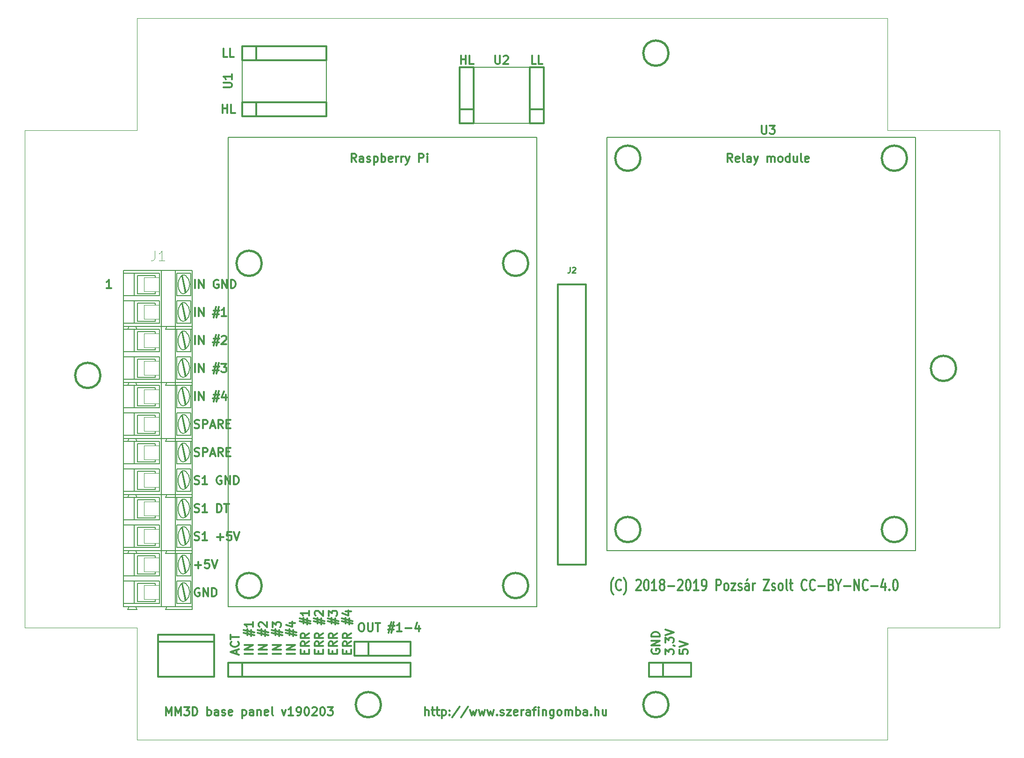
<source format=gbr>
G04 #@! TF.FileFunction,Legend,Top*
%FSLAX46Y46*%
G04 Gerber Fmt 4.6, Leading zero omitted, Abs format (unit mm)*
G04 Created by KiCad (PCBNEW 4.0.5+dfsg1-4+deb9u1) date Tue Sep 27 18:47:41 2022*
%MOMM*%
%LPD*%
G01*
G04 APERTURE LIST*
%ADD10C,0.100000*%
%ADD11C,0.300000*%
%ADD12C,0.200000*%
%ADD13C,0.304800*%
%ADD14C,0.066040*%
%ADD15C,0.152400*%
%ADD16C,0.381000*%
%ADD17C,0.254000*%
%ADD18C,0.088900*%
G04 APERTURE END LIST*
D10*
D11*
X190627143Y-52518571D02*
X190627143Y-53732857D01*
X190698571Y-53875714D01*
X190770000Y-53947143D01*
X190912857Y-54018571D01*
X191198571Y-54018571D01*
X191341429Y-53947143D01*
X191412857Y-53875714D01*
X191484286Y-53732857D01*
X191484286Y-52518571D01*
X192055715Y-52518571D02*
X192984286Y-52518571D01*
X192484286Y-53090000D01*
X192698572Y-53090000D01*
X192841429Y-53161429D01*
X192912858Y-53232857D01*
X192984286Y-53375714D01*
X192984286Y-53732857D01*
X192912858Y-53875714D01*
X192841429Y-53947143D01*
X192698572Y-54018571D01*
X192270000Y-54018571D01*
X192127143Y-53947143D01*
X192055715Y-53875714D01*
X163730002Y-137556667D02*
X163658574Y-137461429D01*
X163515717Y-137175714D01*
X163444288Y-136985238D01*
X163372859Y-136699524D01*
X163301431Y-136223333D01*
X163301431Y-135842381D01*
X163372859Y-135366190D01*
X163444288Y-135080476D01*
X163515717Y-134890000D01*
X163658574Y-134604286D01*
X163730002Y-134509048D01*
X165158574Y-136604286D02*
X165087145Y-136699524D01*
X164872859Y-136794762D01*
X164730002Y-136794762D01*
X164515717Y-136699524D01*
X164372859Y-136509048D01*
X164301431Y-136318571D01*
X164230002Y-135937619D01*
X164230002Y-135651905D01*
X164301431Y-135270952D01*
X164372859Y-135080476D01*
X164515717Y-134890000D01*
X164730002Y-134794762D01*
X164872859Y-134794762D01*
X165087145Y-134890000D01*
X165158574Y-134985238D01*
X165658574Y-137556667D02*
X165730002Y-137461429D01*
X165872859Y-137175714D01*
X165944288Y-136985238D01*
X166015717Y-136699524D01*
X166087145Y-136223333D01*
X166087145Y-135842381D01*
X166015717Y-135366190D01*
X165944288Y-135080476D01*
X165872859Y-134890000D01*
X165730002Y-134604286D01*
X165658574Y-134509048D01*
X167872859Y-134985238D02*
X167944288Y-134890000D01*
X168087145Y-134794762D01*
X168444288Y-134794762D01*
X168587145Y-134890000D01*
X168658574Y-134985238D01*
X168730002Y-135175714D01*
X168730002Y-135366190D01*
X168658574Y-135651905D01*
X167801431Y-136794762D01*
X168730002Y-136794762D01*
X169658573Y-134794762D02*
X169801430Y-134794762D01*
X169944287Y-134890000D01*
X170015716Y-134985238D01*
X170087145Y-135175714D01*
X170158573Y-135556667D01*
X170158573Y-136032857D01*
X170087145Y-136413810D01*
X170015716Y-136604286D01*
X169944287Y-136699524D01*
X169801430Y-136794762D01*
X169658573Y-136794762D01*
X169515716Y-136699524D01*
X169444287Y-136604286D01*
X169372859Y-136413810D01*
X169301430Y-136032857D01*
X169301430Y-135556667D01*
X169372859Y-135175714D01*
X169444287Y-134985238D01*
X169515716Y-134890000D01*
X169658573Y-134794762D01*
X171587144Y-136794762D02*
X170730001Y-136794762D01*
X171158573Y-136794762D02*
X171158573Y-134794762D01*
X171015716Y-135080476D01*
X170872858Y-135270952D01*
X170730001Y-135366190D01*
X172444287Y-135651905D02*
X172301429Y-135556667D01*
X172230001Y-135461429D01*
X172158572Y-135270952D01*
X172158572Y-135175714D01*
X172230001Y-134985238D01*
X172301429Y-134890000D01*
X172444287Y-134794762D01*
X172730001Y-134794762D01*
X172872858Y-134890000D01*
X172944287Y-134985238D01*
X173015715Y-135175714D01*
X173015715Y-135270952D01*
X172944287Y-135461429D01*
X172872858Y-135556667D01*
X172730001Y-135651905D01*
X172444287Y-135651905D01*
X172301429Y-135747143D01*
X172230001Y-135842381D01*
X172158572Y-136032857D01*
X172158572Y-136413810D01*
X172230001Y-136604286D01*
X172301429Y-136699524D01*
X172444287Y-136794762D01*
X172730001Y-136794762D01*
X172872858Y-136699524D01*
X172944287Y-136604286D01*
X173015715Y-136413810D01*
X173015715Y-136032857D01*
X172944287Y-135842381D01*
X172872858Y-135747143D01*
X172730001Y-135651905D01*
X173658572Y-136032857D02*
X174801429Y-136032857D01*
X175444286Y-134985238D02*
X175515715Y-134890000D01*
X175658572Y-134794762D01*
X176015715Y-134794762D01*
X176158572Y-134890000D01*
X176230001Y-134985238D01*
X176301429Y-135175714D01*
X176301429Y-135366190D01*
X176230001Y-135651905D01*
X175372858Y-136794762D01*
X176301429Y-136794762D01*
X177230000Y-134794762D02*
X177372857Y-134794762D01*
X177515714Y-134890000D01*
X177587143Y-134985238D01*
X177658572Y-135175714D01*
X177730000Y-135556667D01*
X177730000Y-136032857D01*
X177658572Y-136413810D01*
X177587143Y-136604286D01*
X177515714Y-136699524D01*
X177372857Y-136794762D01*
X177230000Y-136794762D01*
X177087143Y-136699524D01*
X177015714Y-136604286D01*
X176944286Y-136413810D01*
X176872857Y-136032857D01*
X176872857Y-135556667D01*
X176944286Y-135175714D01*
X177015714Y-134985238D01*
X177087143Y-134890000D01*
X177230000Y-134794762D01*
X179158571Y-136794762D02*
X178301428Y-136794762D01*
X178730000Y-136794762D02*
X178730000Y-134794762D01*
X178587143Y-135080476D01*
X178444285Y-135270952D01*
X178301428Y-135366190D01*
X179872856Y-136794762D02*
X180158571Y-136794762D01*
X180301428Y-136699524D01*
X180372856Y-136604286D01*
X180515714Y-136318571D01*
X180587142Y-135937619D01*
X180587142Y-135175714D01*
X180515714Y-134985238D01*
X180444285Y-134890000D01*
X180301428Y-134794762D01*
X180015714Y-134794762D01*
X179872856Y-134890000D01*
X179801428Y-134985238D01*
X179729999Y-135175714D01*
X179729999Y-135651905D01*
X179801428Y-135842381D01*
X179872856Y-135937619D01*
X180015714Y-136032857D01*
X180301428Y-136032857D01*
X180444285Y-135937619D01*
X180515714Y-135842381D01*
X180587142Y-135651905D01*
X182372856Y-136794762D02*
X182372856Y-134794762D01*
X182944284Y-134794762D01*
X183087142Y-134890000D01*
X183158570Y-134985238D01*
X183229999Y-135175714D01*
X183229999Y-135461429D01*
X183158570Y-135651905D01*
X183087142Y-135747143D01*
X182944284Y-135842381D01*
X182372856Y-135842381D01*
X184087142Y-136794762D02*
X183944284Y-136699524D01*
X183872856Y-136604286D01*
X183801427Y-136413810D01*
X183801427Y-135842381D01*
X183872856Y-135651905D01*
X183944284Y-135556667D01*
X184087142Y-135461429D01*
X184301427Y-135461429D01*
X184444284Y-135556667D01*
X184515713Y-135651905D01*
X184587142Y-135842381D01*
X184587142Y-136413810D01*
X184515713Y-136604286D01*
X184444284Y-136699524D01*
X184301427Y-136794762D01*
X184087142Y-136794762D01*
X185087142Y-135461429D02*
X185872856Y-135461429D01*
X185087142Y-136794762D01*
X185872856Y-136794762D01*
X186372856Y-136699524D02*
X186515713Y-136794762D01*
X186801428Y-136794762D01*
X186944285Y-136699524D01*
X187015713Y-136509048D01*
X187015713Y-136413810D01*
X186944285Y-136223333D01*
X186801428Y-136128095D01*
X186587142Y-136128095D01*
X186444285Y-136032857D01*
X186372856Y-135842381D01*
X186372856Y-135747143D01*
X186444285Y-135556667D01*
X186587142Y-135461429D01*
X186801428Y-135461429D01*
X186944285Y-135556667D01*
X188301428Y-136794762D02*
X188301428Y-135747143D01*
X188229999Y-135556667D01*
X188087142Y-135461429D01*
X187801428Y-135461429D01*
X187658571Y-135556667D01*
X188301428Y-136699524D02*
X188158571Y-136794762D01*
X187801428Y-136794762D01*
X187658571Y-136699524D01*
X187587142Y-136509048D01*
X187587142Y-136318571D01*
X187658571Y-136128095D01*
X187801428Y-136032857D01*
X188158571Y-136032857D01*
X188301428Y-135937619D01*
X188087142Y-134699524D02*
X187872857Y-134985238D01*
X189015714Y-136794762D02*
X189015714Y-135461429D01*
X189015714Y-135842381D02*
X189087142Y-135651905D01*
X189158571Y-135556667D01*
X189301428Y-135461429D01*
X189444285Y-135461429D01*
X190944285Y-134794762D02*
X191944285Y-134794762D01*
X190944285Y-136794762D01*
X191944285Y-136794762D01*
X192444284Y-136699524D02*
X192587141Y-136794762D01*
X192872856Y-136794762D01*
X193015713Y-136699524D01*
X193087141Y-136509048D01*
X193087141Y-136413810D01*
X193015713Y-136223333D01*
X192872856Y-136128095D01*
X192658570Y-136128095D01*
X192515713Y-136032857D01*
X192444284Y-135842381D01*
X192444284Y-135747143D01*
X192515713Y-135556667D01*
X192658570Y-135461429D01*
X192872856Y-135461429D01*
X193015713Y-135556667D01*
X193944285Y-136794762D02*
X193801427Y-136699524D01*
X193729999Y-136604286D01*
X193658570Y-136413810D01*
X193658570Y-135842381D01*
X193729999Y-135651905D01*
X193801427Y-135556667D01*
X193944285Y-135461429D01*
X194158570Y-135461429D01*
X194301427Y-135556667D01*
X194372856Y-135651905D01*
X194444285Y-135842381D01*
X194444285Y-136413810D01*
X194372856Y-136604286D01*
X194301427Y-136699524D01*
X194158570Y-136794762D01*
X193944285Y-136794762D01*
X195301428Y-136794762D02*
X195158570Y-136699524D01*
X195087142Y-136509048D01*
X195087142Y-134794762D01*
X195658570Y-135461429D02*
X196229999Y-135461429D01*
X195872856Y-134794762D02*
X195872856Y-136509048D01*
X195944284Y-136699524D01*
X196087142Y-136794762D01*
X196229999Y-136794762D01*
X198729999Y-136604286D02*
X198658570Y-136699524D01*
X198444284Y-136794762D01*
X198301427Y-136794762D01*
X198087142Y-136699524D01*
X197944284Y-136509048D01*
X197872856Y-136318571D01*
X197801427Y-135937619D01*
X197801427Y-135651905D01*
X197872856Y-135270952D01*
X197944284Y-135080476D01*
X198087142Y-134890000D01*
X198301427Y-134794762D01*
X198444284Y-134794762D01*
X198658570Y-134890000D01*
X198729999Y-134985238D01*
X200229999Y-136604286D02*
X200158570Y-136699524D01*
X199944284Y-136794762D01*
X199801427Y-136794762D01*
X199587142Y-136699524D01*
X199444284Y-136509048D01*
X199372856Y-136318571D01*
X199301427Y-135937619D01*
X199301427Y-135651905D01*
X199372856Y-135270952D01*
X199444284Y-135080476D01*
X199587142Y-134890000D01*
X199801427Y-134794762D01*
X199944284Y-134794762D01*
X200158570Y-134890000D01*
X200229999Y-134985238D01*
X200872856Y-136032857D02*
X202015713Y-136032857D01*
X203229999Y-135747143D02*
X203444285Y-135842381D01*
X203515713Y-135937619D01*
X203587142Y-136128095D01*
X203587142Y-136413810D01*
X203515713Y-136604286D01*
X203444285Y-136699524D01*
X203301427Y-136794762D01*
X202729999Y-136794762D01*
X202729999Y-134794762D01*
X203229999Y-134794762D01*
X203372856Y-134890000D01*
X203444285Y-134985238D01*
X203515713Y-135175714D01*
X203515713Y-135366190D01*
X203444285Y-135556667D01*
X203372856Y-135651905D01*
X203229999Y-135747143D01*
X202729999Y-135747143D01*
X204515713Y-135842381D02*
X204515713Y-136794762D01*
X204015713Y-134794762D02*
X204515713Y-135842381D01*
X205015713Y-134794762D01*
X205515713Y-136032857D02*
X206658570Y-136032857D01*
X207372856Y-136794762D02*
X207372856Y-134794762D01*
X208229999Y-136794762D01*
X208229999Y-134794762D01*
X209801428Y-136604286D02*
X209729999Y-136699524D01*
X209515713Y-136794762D01*
X209372856Y-136794762D01*
X209158571Y-136699524D01*
X209015713Y-136509048D01*
X208944285Y-136318571D01*
X208872856Y-135937619D01*
X208872856Y-135651905D01*
X208944285Y-135270952D01*
X209015713Y-135080476D01*
X209158571Y-134890000D01*
X209372856Y-134794762D01*
X209515713Y-134794762D01*
X209729999Y-134890000D01*
X209801428Y-134985238D01*
X210444285Y-136032857D02*
X211587142Y-136032857D01*
X212944285Y-135461429D02*
X212944285Y-136794762D01*
X212587142Y-134699524D02*
X212229999Y-136128095D01*
X213158571Y-136128095D01*
X213729999Y-136604286D02*
X213801427Y-136699524D01*
X213729999Y-136794762D01*
X213658570Y-136699524D01*
X213729999Y-136604286D01*
X213729999Y-136794762D01*
X214729999Y-134794762D02*
X214872856Y-134794762D01*
X215015713Y-134890000D01*
X215087142Y-134985238D01*
X215158571Y-135175714D01*
X215229999Y-135556667D01*
X215229999Y-136032857D01*
X215158571Y-136413810D01*
X215087142Y-136604286D01*
X215015713Y-136699524D01*
X214872856Y-136794762D01*
X214729999Y-136794762D01*
X214587142Y-136699524D01*
X214515713Y-136604286D01*
X214444285Y-136413810D01*
X214372856Y-136032857D01*
X214372856Y-135556667D01*
X214444285Y-135175714D01*
X214515713Y-134985238D01*
X214587142Y-134890000D01*
X214729999Y-134794762D01*
X129657141Y-159428571D02*
X129657141Y-157928571D01*
X130299998Y-159428571D02*
X130299998Y-158642857D01*
X130228569Y-158500000D01*
X130085712Y-158428571D01*
X129871427Y-158428571D01*
X129728569Y-158500000D01*
X129657141Y-158571429D01*
X130799998Y-158428571D02*
X131371427Y-158428571D01*
X131014284Y-157928571D02*
X131014284Y-159214286D01*
X131085712Y-159357143D01*
X131228570Y-159428571D01*
X131371427Y-159428571D01*
X131657141Y-158428571D02*
X132228570Y-158428571D01*
X131871427Y-157928571D02*
X131871427Y-159214286D01*
X131942855Y-159357143D01*
X132085713Y-159428571D01*
X132228570Y-159428571D01*
X132728570Y-158428571D02*
X132728570Y-159928571D01*
X132728570Y-158500000D02*
X132871427Y-158428571D01*
X133157141Y-158428571D01*
X133299998Y-158500000D01*
X133371427Y-158571429D01*
X133442856Y-158714286D01*
X133442856Y-159142857D01*
X133371427Y-159285714D01*
X133299998Y-159357143D01*
X133157141Y-159428571D01*
X132871427Y-159428571D01*
X132728570Y-159357143D01*
X134085713Y-159285714D02*
X134157141Y-159357143D01*
X134085713Y-159428571D01*
X134014284Y-159357143D01*
X134085713Y-159285714D01*
X134085713Y-159428571D01*
X134085713Y-158500000D02*
X134157141Y-158571429D01*
X134085713Y-158642857D01*
X134014284Y-158571429D01*
X134085713Y-158500000D01*
X134085713Y-158642857D01*
X135871427Y-157857143D02*
X134585713Y-159785714D01*
X137442856Y-157857143D02*
X136157142Y-159785714D01*
X137800000Y-158428571D02*
X138085714Y-159428571D01*
X138371428Y-158714286D01*
X138657143Y-159428571D01*
X138942857Y-158428571D01*
X139371429Y-158428571D02*
X139657143Y-159428571D01*
X139942857Y-158714286D01*
X140228572Y-159428571D01*
X140514286Y-158428571D01*
X140942858Y-158428571D02*
X141228572Y-159428571D01*
X141514286Y-158714286D01*
X141800001Y-159428571D01*
X142085715Y-158428571D01*
X142657144Y-159285714D02*
X142728572Y-159357143D01*
X142657144Y-159428571D01*
X142585715Y-159357143D01*
X142657144Y-159285714D01*
X142657144Y-159428571D01*
X143300001Y-159357143D02*
X143442858Y-159428571D01*
X143728573Y-159428571D01*
X143871430Y-159357143D01*
X143942858Y-159214286D01*
X143942858Y-159142857D01*
X143871430Y-159000000D01*
X143728573Y-158928571D01*
X143514287Y-158928571D01*
X143371430Y-158857143D01*
X143300001Y-158714286D01*
X143300001Y-158642857D01*
X143371430Y-158500000D01*
X143514287Y-158428571D01*
X143728573Y-158428571D01*
X143871430Y-158500000D01*
X144442859Y-158428571D02*
X145228573Y-158428571D01*
X144442859Y-159428571D01*
X145228573Y-159428571D01*
X146371430Y-159357143D02*
X146228573Y-159428571D01*
X145942859Y-159428571D01*
X145800002Y-159357143D01*
X145728573Y-159214286D01*
X145728573Y-158642857D01*
X145800002Y-158500000D01*
X145942859Y-158428571D01*
X146228573Y-158428571D01*
X146371430Y-158500000D01*
X146442859Y-158642857D01*
X146442859Y-158785714D01*
X145728573Y-158928571D01*
X147085716Y-159428571D02*
X147085716Y-158428571D01*
X147085716Y-158714286D02*
X147157144Y-158571429D01*
X147228573Y-158500000D01*
X147371430Y-158428571D01*
X147514287Y-158428571D01*
X148657144Y-159428571D02*
X148657144Y-158642857D01*
X148585715Y-158500000D01*
X148442858Y-158428571D01*
X148157144Y-158428571D01*
X148014287Y-158500000D01*
X148657144Y-159357143D02*
X148514287Y-159428571D01*
X148157144Y-159428571D01*
X148014287Y-159357143D01*
X147942858Y-159214286D01*
X147942858Y-159071429D01*
X148014287Y-158928571D01*
X148157144Y-158857143D01*
X148514287Y-158857143D01*
X148657144Y-158785714D01*
X149157144Y-158428571D02*
X149728573Y-158428571D01*
X149371430Y-159428571D02*
X149371430Y-158142857D01*
X149442858Y-158000000D01*
X149585716Y-157928571D01*
X149728573Y-157928571D01*
X150228573Y-159428571D02*
X150228573Y-158428571D01*
X150228573Y-157928571D02*
X150157144Y-158000000D01*
X150228573Y-158071429D01*
X150300001Y-158000000D01*
X150228573Y-157928571D01*
X150228573Y-158071429D01*
X150942859Y-158428571D02*
X150942859Y-159428571D01*
X150942859Y-158571429D02*
X151014287Y-158500000D01*
X151157145Y-158428571D01*
X151371430Y-158428571D01*
X151514287Y-158500000D01*
X151585716Y-158642857D01*
X151585716Y-159428571D01*
X152942859Y-158428571D02*
X152942859Y-159642857D01*
X152871430Y-159785714D01*
X152800002Y-159857143D01*
X152657145Y-159928571D01*
X152442859Y-159928571D01*
X152300002Y-159857143D01*
X152942859Y-159357143D02*
X152800002Y-159428571D01*
X152514288Y-159428571D01*
X152371430Y-159357143D01*
X152300002Y-159285714D01*
X152228573Y-159142857D01*
X152228573Y-158714286D01*
X152300002Y-158571429D01*
X152371430Y-158500000D01*
X152514288Y-158428571D01*
X152800002Y-158428571D01*
X152942859Y-158500000D01*
X153871431Y-159428571D02*
X153728573Y-159357143D01*
X153657145Y-159285714D01*
X153585716Y-159142857D01*
X153585716Y-158714286D01*
X153657145Y-158571429D01*
X153728573Y-158500000D01*
X153871431Y-158428571D01*
X154085716Y-158428571D01*
X154228573Y-158500000D01*
X154300002Y-158571429D01*
X154371431Y-158714286D01*
X154371431Y-159142857D01*
X154300002Y-159285714D01*
X154228573Y-159357143D01*
X154085716Y-159428571D01*
X153871431Y-159428571D01*
X155014288Y-159428571D02*
X155014288Y-158428571D01*
X155014288Y-158571429D02*
X155085716Y-158500000D01*
X155228574Y-158428571D01*
X155442859Y-158428571D01*
X155585716Y-158500000D01*
X155657145Y-158642857D01*
X155657145Y-159428571D01*
X155657145Y-158642857D02*
X155728574Y-158500000D01*
X155871431Y-158428571D01*
X156085716Y-158428571D01*
X156228574Y-158500000D01*
X156300002Y-158642857D01*
X156300002Y-159428571D01*
X157014288Y-159428571D02*
X157014288Y-157928571D01*
X157014288Y-158500000D02*
X157157145Y-158428571D01*
X157442859Y-158428571D01*
X157585716Y-158500000D01*
X157657145Y-158571429D01*
X157728574Y-158714286D01*
X157728574Y-159142857D01*
X157657145Y-159285714D01*
X157585716Y-159357143D01*
X157442859Y-159428571D01*
X157157145Y-159428571D01*
X157014288Y-159357143D01*
X159014288Y-159428571D02*
X159014288Y-158642857D01*
X158942859Y-158500000D01*
X158800002Y-158428571D01*
X158514288Y-158428571D01*
X158371431Y-158500000D01*
X159014288Y-159357143D02*
X158871431Y-159428571D01*
X158514288Y-159428571D01*
X158371431Y-159357143D01*
X158300002Y-159214286D01*
X158300002Y-159071429D01*
X158371431Y-158928571D01*
X158514288Y-158857143D01*
X158871431Y-158857143D01*
X159014288Y-158785714D01*
X159728574Y-159285714D02*
X159800002Y-159357143D01*
X159728574Y-159428571D01*
X159657145Y-159357143D01*
X159728574Y-159285714D01*
X159728574Y-159428571D01*
X160442860Y-159428571D02*
X160442860Y-157928571D01*
X161085717Y-159428571D02*
X161085717Y-158642857D01*
X161014288Y-158500000D01*
X160871431Y-158428571D01*
X160657146Y-158428571D01*
X160514288Y-158500000D01*
X160442860Y-158571429D01*
X162442860Y-158428571D02*
X162442860Y-159428571D01*
X161800003Y-158428571D02*
X161800003Y-159214286D01*
X161871431Y-159357143D01*
X162014289Y-159428571D01*
X162228574Y-159428571D01*
X162371431Y-159357143D01*
X162442860Y-159285714D01*
X82718573Y-159428571D02*
X82718573Y-157928571D01*
X83218573Y-159000000D01*
X83718573Y-157928571D01*
X83718573Y-159428571D01*
X84432859Y-159428571D02*
X84432859Y-157928571D01*
X84932859Y-159000000D01*
X85432859Y-157928571D01*
X85432859Y-159428571D01*
X86004288Y-157928571D02*
X86932859Y-157928571D01*
X86432859Y-158500000D01*
X86647145Y-158500000D01*
X86790002Y-158571429D01*
X86861431Y-158642857D01*
X86932859Y-158785714D01*
X86932859Y-159142857D01*
X86861431Y-159285714D01*
X86790002Y-159357143D01*
X86647145Y-159428571D01*
X86218573Y-159428571D01*
X86075716Y-159357143D01*
X86004288Y-159285714D01*
X87575716Y-159428571D02*
X87575716Y-157928571D01*
X87932859Y-157928571D01*
X88147144Y-158000000D01*
X88290002Y-158142857D01*
X88361430Y-158285714D01*
X88432859Y-158571429D01*
X88432859Y-158785714D01*
X88361430Y-159071429D01*
X88290002Y-159214286D01*
X88147144Y-159357143D01*
X87932859Y-159428571D01*
X87575716Y-159428571D01*
X90218573Y-159428571D02*
X90218573Y-157928571D01*
X90218573Y-158500000D02*
X90361430Y-158428571D01*
X90647144Y-158428571D01*
X90790001Y-158500000D01*
X90861430Y-158571429D01*
X90932859Y-158714286D01*
X90932859Y-159142857D01*
X90861430Y-159285714D01*
X90790001Y-159357143D01*
X90647144Y-159428571D01*
X90361430Y-159428571D01*
X90218573Y-159357143D01*
X92218573Y-159428571D02*
X92218573Y-158642857D01*
X92147144Y-158500000D01*
X92004287Y-158428571D01*
X91718573Y-158428571D01*
X91575716Y-158500000D01*
X92218573Y-159357143D02*
X92075716Y-159428571D01*
X91718573Y-159428571D01*
X91575716Y-159357143D01*
X91504287Y-159214286D01*
X91504287Y-159071429D01*
X91575716Y-158928571D01*
X91718573Y-158857143D01*
X92075716Y-158857143D01*
X92218573Y-158785714D01*
X92861430Y-159357143D02*
X93004287Y-159428571D01*
X93290002Y-159428571D01*
X93432859Y-159357143D01*
X93504287Y-159214286D01*
X93504287Y-159142857D01*
X93432859Y-159000000D01*
X93290002Y-158928571D01*
X93075716Y-158928571D01*
X92932859Y-158857143D01*
X92861430Y-158714286D01*
X92861430Y-158642857D01*
X92932859Y-158500000D01*
X93075716Y-158428571D01*
X93290002Y-158428571D01*
X93432859Y-158500000D01*
X94718573Y-159357143D02*
X94575716Y-159428571D01*
X94290002Y-159428571D01*
X94147145Y-159357143D01*
X94075716Y-159214286D01*
X94075716Y-158642857D01*
X94147145Y-158500000D01*
X94290002Y-158428571D01*
X94575716Y-158428571D01*
X94718573Y-158500000D01*
X94790002Y-158642857D01*
X94790002Y-158785714D01*
X94075716Y-158928571D01*
X96575716Y-158428571D02*
X96575716Y-159928571D01*
X96575716Y-158500000D02*
X96718573Y-158428571D01*
X97004287Y-158428571D01*
X97147144Y-158500000D01*
X97218573Y-158571429D01*
X97290002Y-158714286D01*
X97290002Y-159142857D01*
X97218573Y-159285714D01*
X97147144Y-159357143D01*
X97004287Y-159428571D01*
X96718573Y-159428571D01*
X96575716Y-159357143D01*
X98575716Y-159428571D02*
X98575716Y-158642857D01*
X98504287Y-158500000D01*
X98361430Y-158428571D01*
X98075716Y-158428571D01*
X97932859Y-158500000D01*
X98575716Y-159357143D02*
X98432859Y-159428571D01*
X98075716Y-159428571D01*
X97932859Y-159357143D01*
X97861430Y-159214286D01*
X97861430Y-159071429D01*
X97932859Y-158928571D01*
X98075716Y-158857143D01*
X98432859Y-158857143D01*
X98575716Y-158785714D01*
X99290002Y-158428571D02*
X99290002Y-159428571D01*
X99290002Y-158571429D02*
X99361430Y-158500000D01*
X99504288Y-158428571D01*
X99718573Y-158428571D01*
X99861430Y-158500000D01*
X99932859Y-158642857D01*
X99932859Y-159428571D01*
X101218573Y-159357143D02*
X101075716Y-159428571D01*
X100790002Y-159428571D01*
X100647145Y-159357143D01*
X100575716Y-159214286D01*
X100575716Y-158642857D01*
X100647145Y-158500000D01*
X100790002Y-158428571D01*
X101075716Y-158428571D01*
X101218573Y-158500000D01*
X101290002Y-158642857D01*
X101290002Y-158785714D01*
X100575716Y-158928571D01*
X102147145Y-159428571D02*
X102004287Y-159357143D01*
X101932859Y-159214286D01*
X101932859Y-157928571D01*
X103718573Y-158428571D02*
X104075716Y-159428571D01*
X104432858Y-158428571D01*
X105790001Y-159428571D02*
X104932858Y-159428571D01*
X105361430Y-159428571D02*
X105361430Y-157928571D01*
X105218573Y-158142857D01*
X105075715Y-158285714D01*
X104932858Y-158357143D01*
X106504286Y-159428571D02*
X106790001Y-159428571D01*
X106932858Y-159357143D01*
X107004286Y-159285714D01*
X107147144Y-159071429D01*
X107218572Y-158785714D01*
X107218572Y-158214286D01*
X107147144Y-158071429D01*
X107075715Y-158000000D01*
X106932858Y-157928571D01*
X106647144Y-157928571D01*
X106504286Y-158000000D01*
X106432858Y-158071429D01*
X106361429Y-158214286D01*
X106361429Y-158571429D01*
X106432858Y-158714286D01*
X106504286Y-158785714D01*
X106647144Y-158857143D01*
X106932858Y-158857143D01*
X107075715Y-158785714D01*
X107147144Y-158714286D01*
X107218572Y-158571429D01*
X108147143Y-157928571D02*
X108290000Y-157928571D01*
X108432857Y-158000000D01*
X108504286Y-158071429D01*
X108575715Y-158214286D01*
X108647143Y-158500000D01*
X108647143Y-158857143D01*
X108575715Y-159142857D01*
X108504286Y-159285714D01*
X108432857Y-159357143D01*
X108290000Y-159428571D01*
X108147143Y-159428571D01*
X108004286Y-159357143D01*
X107932857Y-159285714D01*
X107861429Y-159142857D01*
X107790000Y-158857143D01*
X107790000Y-158500000D01*
X107861429Y-158214286D01*
X107932857Y-158071429D01*
X108004286Y-158000000D01*
X108147143Y-157928571D01*
X109218571Y-158071429D02*
X109290000Y-158000000D01*
X109432857Y-157928571D01*
X109790000Y-157928571D01*
X109932857Y-158000000D01*
X110004286Y-158071429D01*
X110075714Y-158214286D01*
X110075714Y-158357143D01*
X110004286Y-158571429D01*
X109147143Y-159428571D01*
X110075714Y-159428571D01*
X111004285Y-157928571D02*
X111147142Y-157928571D01*
X111289999Y-158000000D01*
X111361428Y-158071429D01*
X111432857Y-158214286D01*
X111504285Y-158500000D01*
X111504285Y-158857143D01*
X111432857Y-159142857D01*
X111361428Y-159285714D01*
X111289999Y-159357143D01*
X111147142Y-159428571D01*
X111004285Y-159428571D01*
X110861428Y-159357143D01*
X110789999Y-159285714D01*
X110718571Y-159142857D01*
X110647142Y-158857143D01*
X110647142Y-158500000D01*
X110718571Y-158214286D01*
X110789999Y-158071429D01*
X110861428Y-158000000D01*
X111004285Y-157928571D01*
X112004285Y-157928571D02*
X112932856Y-157928571D01*
X112432856Y-158500000D01*
X112647142Y-158500000D01*
X112789999Y-158571429D01*
X112861428Y-158642857D01*
X112932856Y-158785714D01*
X112932856Y-159142857D01*
X112861428Y-159285714D01*
X112789999Y-159357143D01*
X112647142Y-159428571D01*
X112218570Y-159428571D01*
X112075713Y-159357143D01*
X112004285Y-159285714D01*
X118011429Y-142688571D02*
X118297143Y-142688571D01*
X118440001Y-142760000D01*
X118582858Y-142902857D01*
X118654286Y-143188571D01*
X118654286Y-143688571D01*
X118582858Y-143974286D01*
X118440001Y-144117143D01*
X118297143Y-144188571D01*
X118011429Y-144188571D01*
X117868572Y-144117143D01*
X117725715Y-143974286D01*
X117654286Y-143688571D01*
X117654286Y-143188571D01*
X117725715Y-142902857D01*
X117868572Y-142760000D01*
X118011429Y-142688571D01*
X119297144Y-142688571D02*
X119297144Y-143902857D01*
X119368572Y-144045714D01*
X119440001Y-144117143D01*
X119582858Y-144188571D01*
X119868572Y-144188571D01*
X120011430Y-144117143D01*
X120082858Y-144045714D01*
X120154287Y-143902857D01*
X120154287Y-142688571D01*
X120654287Y-142688571D02*
X121511430Y-142688571D01*
X121082859Y-144188571D02*
X121082859Y-142688571D01*
X123082858Y-143188571D02*
X124154287Y-143188571D01*
X123511430Y-142545714D02*
X123082858Y-144474286D01*
X124011430Y-143831429D02*
X122940001Y-143831429D01*
X123582858Y-144474286D02*
X124011430Y-142545714D01*
X125440001Y-144188571D02*
X124582858Y-144188571D01*
X125011430Y-144188571D02*
X125011430Y-142688571D01*
X124868573Y-142902857D01*
X124725715Y-143045714D01*
X124582858Y-143117143D01*
X126082858Y-143617143D02*
X127225715Y-143617143D01*
X128582858Y-143188571D02*
X128582858Y-144188571D01*
X128225715Y-142617143D02*
X127868572Y-143688571D01*
X128797144Y-143688571D01*
X115462857Y-148232857D02*
X115462857Y-147732857D01*
X116248571Y-147518571D02*
X116248571Y-148232857D01*
X114748571Y-148232857D01*
X114748571Y-147518571D01*
X116248571Y-146018571D02*
X115534286Y-146518571D01*
X116248571Y-146875714D02*
X114748571Y-146875714D01*
X114748571Y-146304286D01*
X114820000Y-146161428D01*
X114891429Y-146090000D01*
X115034286Y-146018571D01*
X115248571Y-146018571D01*
X115391429Y-146090000D01*
X115462857Y-146161428D01*
X115534286Y-146304286D01*
X115534286Y-146875714D01*
X116248571Y-144518571D02*
X115534286Y-145018571D01*
X116248571Y-145375714D02*
X114748571Y-145375714D01*
X114748571Y-144804286D01*
X114820000Y-144661428D01*
X114891429Y-144590000D01*
X115034286Y-144518571D01*
X115248571Y-144518571D01*
X115391429Y-144590000D01*
X115462857Y-144661428D01*
X115534286Y-144804286D01*
X115534286Y-145375714D01*
X115248571Y-142804286D02*
X115248571Y-141732857D01*
X114605714Y-142375714D02*
X116534286Y-142804286D01*
X115891429Y-141875714D02*
X115891429Y-142947143D01*
X116534286Y-142304286D02*
X114605714Y-141875714D01*
X115248571Y-140590000D02*
X116248571Y-140590000D01*
X114677143Y-140947143D02*
X115748571Y-141304286D01*
X115748571Y-140375714D01*
X112922857Y-148232857D02*
X112922857Y-147732857D01*
X113708571Y-147518571D02*
X113708571Y-148232857D01*
X112208571Y-148232857D01*
X112208571Y-147518571D01*
X113708571Y-146018571D02*
X112994286Y-146518571D01*
X113708571Y-146875714D02*
X112208571Y-146875714D01*
X112208571Y-146304286D01*
X112280000Y-146161428D01*
X112351429Y-146090000D01*
X112494286Y-146018571D01*
X112708571Y-146018571D01*
X112851429Y-146090000D01*
X112922857Y-146161428D01*
X112994286Y-146304286D01*
X112994286Y-146875714D01*
X113708571Y-144518571D02*
X112994286Y-145018571D01*
X113708571Y-145375714D02*
X112208571Y-145375714D01*
X112208571Y-144804286D01*
X112280000Y-144661428D01*
X112351429Y-144590000D01*
X112494286Y-144518571D01*
X112708571Y-144518571D01*
X112851429Y-144590000D01*
X112922857Y-144661428D01*
X112994286Y-144804286D01*
X112994286Y-145375714D01*
X112708571Y-142804286D02*
X112708571Y-141732857D01*
X112065714Y-142375714D02*
X113994286Y-142804286D01*
X113351429Y-141875714D02*
X113351429Y-142947143D01*
X113994286Y-142304286D02*
X112065714Y-141875714D01*
X112208571Y-141375714D02*
X112208571Y-140447143D01*
X112780000Y-140947143D01*
X112780000Y-140732857D01*
X112851429Y-140590000D01*
X112922857Y-140518571D01*
X113065714Y-140447143D01*
X113422857Y-140447143D01*
X113565714Y-140518571D01*
X113637143Y-140590000D01*
X113708571Y-140732857D01*
X113708571Y-141161429D01*
X113637143Y-141304286D01*
X113565714Y-141375714D01*
X110382857Y-148232857D02*
X110382857Y-147732857D01*
X111168571Y-147518571D02*
X111168571Y-148232857D01*
X109668571Y-148232857D01*
X109668571Y-147518571D01*
X111168571Y-146018571D02*
X110454286Y-146518571D01*
X111168571Y-146875714D02*
X109668571Y-146875714D01*
X109668571Y-146304286D01*
X109740000Y-146161428D01*
X109811429Y-146090000D01*
X109954286Y-146018571D01*
X110168571Y-146018571D01*
X110311429Y-146090000D01*
X110382857Y-146161428D01*
X110454286Y-146304286D01*
X110454286Y-146875714D01*
X111168571Y-144518571D02*
X110454286Y-145018571D01*
X111168571Y-145375714D02*
X109668571Y-145375714D01*
X109668571Y-144804286D01*
X109740000Y-144661428D01*
X109811429Y-144590000D01*
X109954286Y-144518571D01*
X110168571Y-144518571D01*
X110311429Y-144590000D01*
X110382857Y-144661428D01*
X110454286Y-144804286D01*
X110454286Y-145375714D01*
X110168571Y-142804286D02*
X110168571Y-141732857D01*
X109525714Y-142375714D02*
X111454286Y-142804286D01*
X110811429Y-141875714D02*
X110811429Y-142947143D01*
X111454286Y-142304286D02*
X109525714Y-141875714D01*
X109811429Y-141304286D02*
X109740000Y-141232857D01*
X109668571Y-141090000D01*
X109668571Y-140732857D01*
X109740000Y-140590000D01*
X109811429Y-140518571D01*
X109954286Y-140447143D01*
X110097143Y-140447143D01*
X110311429Y-140518571D01*
X111168571Y-141375714D01*
X111168571Y-140447143D01*
X107842857Y-148232857D02*
X107842857Y-147732857D01*
X108628571Y-147518571D02*
X108628571Y-148232857D01*
X107128571Y-148232857D01*
X107128571Y-147518571D01*
X108628571Y-146018571D02*
X107914286Y-146518571D01*
X108628571Y-146875714D02*
X107128571Y-146875714D01*
X107128571Y-146304286D01*
X107200000Y-146161428D01*
X107271429Y-146090000D01*
X107414286Y-146018571D01*
X107628571Y-146018571D01*
X107771429Y-146090000D01*
X107842857Y-146161428D01*
X107914286Y-146304286D01*
X107914286Y-146875714D01*
X108628571Y-144518571D02*
X107914286Y-145018571D01*
X108628571Y-145375714D02*
X107128571Y-145375714D01*
X107128571Y-144804286D01*
X107200000Y-144661428D01*
X107271429Y-144590000D01*
X107414286Y-144518571D01*
X107628571Y-144518571D01*
X107771429Y-144590000D01*
X107842857Y-144661428D01*
X107914286Y-144804286D01*
X107914286Y-145375714D01*
X107628571Y-142804286D02*
X107628571Y-141732857D01*
X106985714Y-142375714D02*
X108914286Y-142804286D01*
X108271429Y-141875714D02*
X108271429Y-142947143D01*
X108914286Y-142304286D02*
X106985714Y-141875714D01*
X108628571Y-140447143D02*
X108628571Y-141304286D01*
X108628571Y-140875714D02*
X107128571Y-140875714D01*
X107342857Y-141018571D01*
X107485714Y-141161429D01*
X107557143Y-141304286D01*
X106088571Y-148232857D02*
X104588571Y-148232857D01*
X106088571Y-147518571D02*
X104588571Y-147518571D01*
X106088571Y-146661428D01*
X104588571Y-146661428D01*
X105088571Y-144875714D02*
X105088571Y-143804285D01*
X104445714Y-144447142D02*
X106374286Y-144875714D01*
X105731429Y-143947142D02*
X105731429Y-145018571D01*
X106374286Y-144375714D02*
X104445714Y-143947142D01*
X105088571Y-142661428D02*
X106088571Y-142661428D01*
X104517143Y-143018571D02*
X105588571Y-143375714D01*
X105588571Y-142447142D01*
X103548571Y-148232857D02*
X102048571Y-148232857D01*
X103548571Y-147518571D02*
X102048571Y-147518571D01*
X103548571Y-146661428D01*
X102048571Y-146661428D01*
X102548571Y-144875714D02*
X102548571Y-143804285D01*
X101905714Y-144447142D02*
X103834286Y-144875714D01*
X103191429Y-143947142D02*
X103191429Y-145018571D01*
X103834286Y-144375714D02*
X101905714Y-143947142D01*
X102048571Y-143447142D02*
X102048571Y-142518571D01*
X102620000Y-143018571D01*
X102620000Y-142804285D01*
X102691429Y-142661428D01*
X102762857Y-142589999D01*
X102905714Y-142518571D01*
X103262857Y-142518571D01*
X103405714Y-142589999D01*
X103477143Y-142661428D01*
X103548571Y-142804285D01*
X103548571Y-143232857D01*
X103477143Y-143375714D01*
X103405714Y-143447142D01*
X101008571Y-148232857D02*
X99508571Y-148232857D01*
X101008571Y-147518571D02*
X99508571Y-147518571D01*
X101008571Y-146661428D01*
X99508571Y-146661428D01*
X100008571Y-144875714D02*
X100008571Y-143804285D01*
X99365714Y-144447142D02*
X101294286Y-144875714D01*
X100651429Y-143947142D02*
X100651429Y-145018571D01*
X101294286Y-144375714D02*
X99365714Y-143947142D01*
X99651429Y-143375714D02*
X99580000Y-143304285D01*
X99508571Y-143161428D01*
X99508571Y-142804285D01*
X99580000Y-142661428D01*
X99651429Y-142589999D01*
X99794286Y-142518571D01*
X99937143Y-142518571D01*
X100151429Y-142589999D01*
X101008571Y-143447142D01*
X101008571Y-142518571D01*
X95500000Y-148304286D02*
X95500000Y-147590000D01*
X95928571Y-148447143D02*
X94428571Y-147947143D01*
X95928571Y-147447143D01*
X95785714Y-146090000D02*
X95857143Y-146161429D01*
X95928571Y-146375715D01*
X95928571Y-146518572D01*
X95857143Y-146732857D01*
X95714286Y-146875715D01*
X95571429Y-146947143D01*
X95285714Y-147018572D01*
X95071429Y-147018572D01*
X94785714Y-146947143D01*
X94642857Y-146875715D01*
X94500000Y-146732857D01*
X94428571Y-146518572D01*
X94428571Y-146375715D01*
X94500000Y-146161429D01*
X94571429Y-146090000D01*
X94428571Y-145661429D02*
X94428571Y-144804286D01*
X95928571Y-145232857D02*
X94428571Y-145232857D01*
X98468571Y-148232857D02*
X96968571Y-148232857D01*
X98468571Y-147518571D02*
X96968571Y-147518571D01*
X98468571Y-146661428D01*
X96968571Y-146661428D01*
X97468571Y-144875714D02*
X97468571Y-143804285D01*
X96825714Y-144447142D02*
X98754286Y-144875714D01*
X98111429Y-143947142D02*
X98111429Y-145018571D01*
X98754286Y-144375714D02*
X96825714Y-143947142D01*
X98468571Y-142518571D02*
X98468571Y-143375714D01*
X98468571Y-142947142D02*
X96968571Y-142947142D01*
X97182857Y-143089999D01*
X97325714Y-143232857D01*
X97397143Y-143375714D01*
X175708571Y-147518571D02*
X175708571Y-148232857D01*
X176422857Y-148304286D01*
X176351429Y-148232857D01*
X176280000Y-148090000D01*
X176280000Y-147732857D01*
X176351429Y-147590000D01*
X176422857Y-147518571D01*
X176565714Y-147447143D01*
X176922857Y-147447143D01*
X177065714Y-147518571D01*
X177137143Y-147590000D01*
X177208571Y-147732857D01*
X177208571Y-148090000D01*
X177137143Y-148232857D01*
X177065714Y-148304286D01*
X175708571Y-147018572D02*
X177208571Y-146518572D01*
X175708571Y-146018572D01*
X173168571Y-148375714D02*
X173168571Y-147447143D01*
X173740000Y-147947143D01*
X173740000Y-147732857D01*
X173811429Y-147590000D01*
X173882857Y-147518571D01*
X174025714Y-147447143D01*
X174382857Y-147447143D01*
X174525714Y-147518571D01*
X174597143Y-147590000D01*
X174668571Y-147732857D01*
X174668571Y-148161429D01*
X174597143Y-148304286D01*
X174525714Y-148375714D01*
X174597143Y-146732858D02*
X174668571Y-146732858D01*
X174811429Y-146804286D01*
X174882857Y-146875715D01*
X173168571Y-146232857D02*
X173168571Y-145304286D01*
X173740000Y-145804286D01*
X173740000Y-145590000D01*
X173811429Y-145447143D01*
X173882857Y-145375714D01*
X174025714Y-145304286D01*
X174382857Y-145304286D01*
X174525714Y-145375714D01*
X174597143Y-145447143D01*
X174668571Y-145590000D01*
X174668571Y-146018572D01*
X174597143Y-146161429D01*
X174525714Y-146232857D01*
X173168571Y-144875715D02*
X174668571Y-144375715D01*
X173168571Y-143875715D01*
X170700000Y-147447143D02*
X170628571Y-147590000D01*
X170628571Y-147804286D01*
X170700000Y-148018571D01*
X170842857Y-148161429D01*
X170985714Y-148232857D01*
X171271429Y-148304286D01*
X171485714Y-148304286D01*
X171771429Y-148232857D01*
X171914286Y-148161429D01*
X172057143Y-148018571D01*
X172128571Y-147804286D01*
X172128571Y-147661429D01*
X172057143Y-147447143D01*
X171985714Y-147375714D01*
X171485714Y-147375714D01*
X171485714Y-147661429D01*
X172128571Y-146732857D02*
X170628571Y-146732857D01*
X172128571Y-145875714D01*
X170628571Y-145875714D01*
X172128571Y-145161428D02*
X170628571Y-145161428D01*
X170628571Y-144804285D01*
X170700000Y-144590000D01*
X170842857Y-144447142D01*
X170985714Y-144375714D01*
X171271429Y-144304285D01*
X171485714Y-144304285D01*
X171771429Y-144375714D01*
X171914286Y-144447142D01*
X172057143Y-144590000D01*
X172128571Y-144804285D01*
X172128571Y-145161428D01*
X136124286Y-41318571D02*
X136124286Y-39818571D01*
X136124286Y-40532857D02*
X136981429Y-40532857D01*
X136981429Y-41318571D02*
X136981429Y-39818571D01*
X138410001Y-41318571D02*
X137695715Y-41318571D01*
X137695715Y-39818571D01*
X149717143Y-41318571D02*
X149002857Y-41318571D01*
X149002857Y-39818571D01*
X150931429Y-41318571D02*
X150217143Y-41318571D01*
X150217143Y-39818571D01*
X93158571Y-45592857D02*
X94372857Y-45592857D01*
X94515714Y-45521429D01*
X94587143Y-45450000D01*
X94658571Y-45307143D01*
X94658571Y-45021429D01*
X94587143Y-44878571D01*
X94515714Y-44807143D01*
X94372857Y-44735714D01*
X93158571Y-44735714D01*
X94658571Y-43235714D02*
X94658571Y-44092857D01*
X94658571Y-43664285D02*
X93158571Y-43664285D01*
X93372857Y-43807142D01*
X93515714Y-43950000D01*
X93587143Y-44092857D01*
X93837143Y-40048571D02*
X93122857Y-40048571D01*
X93122857Y-38548571D01*
X95051429Y-40048571D02*
X94337143Y-40048571D01*
X94337143Y-38548571D01*
X92944286Y-50208571D02*
X92944286Y-48708571D01*
X92944286Y-49422857D02*
X93801429Y-49422857D01*
X93801429Y-50208571D02*
X93801429Y-48708571D01*
X95230001Y-50208571D02*
X94515715Y-50208571D01*
X94515715Y-48708571D01*
X142367143Y-39818571D02*
X142367143Y-41032857D01*
X142438571Y-41175714D01*
X142510000Y-41247143D01*
X142652857Y-41318571D01*
X142938571Y-41318571D01*
X143081429Y-41247143D01*
X143152857Y-41175714D01*
X143224286Y-41032857D01*
X143224286Y-39818571D01*
X143867143Y-39961429D02*
X143938572Y-39890000D01*
X144081429Y-39818571D01*
X144438572Y-39818571D01*
X144581429Y-39890000D01*
X144652858Y-39961429D01*
X144724286Y-40104286D01*
X144724286Y-40247143D01*
X144652858Y-40461429D01*
X143795715Y-41318571D01*
X144724286Y-41318571D01*
X87987143Y-87038571D02*
X87987143Y-85538571D01*
X88701429Y-87038571D02*
X88701429Y-85538571D01*
X89558572Y-87038571D01*
X89558572Y-85538571D01*
X91344286Y-86038571D02*
X92415715Y-86038571D01*
X91772858Y-85395714D02*
X91344286Y-87324286D01*
X92272858Y-86681429D02*
X91201429Y-86681429D01*
X91844286Y-87324286D02*
X92272858Y-85395714D01*
X93701429Y-87038571D02*
X92844286Y-87038571D01*
X93272858Y-87038571D02*
X93272858Y-85538571D01*
X93130001Y-85752857D01*
X92987143Y-85895714D01*
X92844286Y-85967143D01*
X87987143Y-92118571D02*
X87987143Y-90618571D01*
X88701429Y-92118571D02*
X88701429Y-90618571D01*
X89558572Y-92118571D01*
X89558572Y-90618571D01*
X91344286Y-91118571D02*
X92415715Y-91118571D01*
X91772858Y-90475714D02*
X91344286Y-92404286D01*
X92272858Y-91761429D02*
X91201429Y-91761429D01*
X91844286Y-92404286D02*
X92272858Y-90475714D01*
X92844286Y-90761429D02*
X92915715Y-90690000D01*
X93058572Y-90618571D01*
X93415715Y-90618571D01*
X93558572Y-90690000D01*
X93630001Y-90761429D01*
X93701429Y-90904286D01*
X93701429Y-91047143D01*
X93630001Y-91261429D01*
X92772858Y-92118571D01*
X93701429Y-92118571D01*
X87987143Y-97198571D02*
X87987143Y-95698571D01*
X88701429Y-97198571D02*
X88701429Y-95698571D01*
X89558572Y-97198571D01*
X89558572Y-95698571D01*
X91344286Y-96198571D02*
X92415715Y-96198571D01*
X91772858Y-95555714D02*
X91344286Y-97484286D01*
X92272858Y-96841429D02*
X91201429Y-96841429D01*
X91844286Y-97484286D02*
X92272858Y-95555714D01*
X92772858Y-95698571D02*
X93701429Y-95698571D01*
X93201429Y-96270000D01*
X93415715Y-96270000D01*
X93558572Y-96341429D01*
X93630001Y-96412857D01*
X93701429Y-96555714D01*
X93701429Y-96912857D01*
X93630001Y-97055714D01*
X93558572Y-97127143D01*
X93415715Y-97198571D01*
X92987143Y-97198571D01*
X92844286Y-97127143D01*
X92772858Y-97055714D01*
X87987143Y-102278571D02*
X87987143Y-100778571D01*
X88701429Y-102278571D02*
X88701429Y-100778571D01*
X89558572Y-102278571D01*
X89558572Y-100778571D01*
X91344286Y-101278571D02*
X92415715Y-101278571D01*
X91772858Y-100635714D02*
X91344286Y-102564286D01*
X92272858Y-101921429D02*
X91201429Y-101921429D01*
X91844286Y-102564286D02*
X92272858Y-100635714D01*
X93558572Y-101278571D02*
X93558572Y-102278571D01*
X93201429Y-100707143D02*
X92844286Y-101778571D01*
X93772858Y-101778571D01*
X87915714Y-107287143D02*
X88130000Y-107358571D01*
X88487143Y-107358571D01*
X88630000Y-107287143D01*
X88701429Y-107215714D01*
X88772857Y-107072857D01*
X88772857Y-106930000D01*
X88701429Y-106787143D01*
X88630000Y-106715714D01*
X88487143Y-106644286D01*
X88201429Y-106572857D01*
X88058571Y-106501429D01*
X87987143Y-106430000D01*
X87915714Y-106287143D01*
X87915714Y-106144286D01*
X87987143Y-106001429D01*
X88058571Y-105930000D01*
X88201429Y-105858571D01*
X88558571Y-105858571D01*
X88772857Y-105930000D01*
X89415714Y-107358571D02*
X89415714Y-105858571D01*
X89987142Y-105858571D01*
X90130000Y-105930000D01*
X90201428Y-106001429D01*
X90272857Y-106144286D01*
X90272857Y-106358571D01*
X90201428Y-106501429D01*
X90130000Y-106572857D01*
X89987142Y-106644286D01*
X89415714Y-106644286D01*
X90844285Y-106930000D02*
X91558571Y-106930000D01*
X90701428Y-107358571D02*
X91201428Y-105858571D01*
X91701428Y-107358571D01*
X93058571Y-107358571D02*
X92558571Y-106644286D01*
X92201428Y-107358571D02*
X92201428Y-105858571D01*
X92772856Y-105858571D01*
X92915714Y-105930000D01*
X92987142Y-106001429D01*
X93058571Y-106144286D01*
X93058571Y-106358571D01*
X92987142Y-106501429D01*
X92915714Y-106572857D01*
X92772856Y-106644286D01*
X92201428Y-106644286D01*
X93701428Y-106572857D02*
X94201428Y-106572857D01*
X94415714Y-107358571D02*
X93701428Y-107358571D01*
X93701428Y-105858571D01*
X94415714Y-105858571D01*
X87915714Y-112367143D02*
X88130000Y-112438571D01*
X88487143Y-112438571D01*
X88630000Y-112367143D01*
X88701429Y-112295714D01*
X88772857Y-112152857D01*
X88772857Y-112010000D01*
X88701429Y-111867143D01*
X88630000Y-111795714D01*
X88487143Y-111724286D01*
X88201429Y-111652857D01*
X88058571Y-111581429D01*
X87987143Y-111510000D01*
X87915714Y-111367143D01*
X87915714Y-111224286D01*
X87987143Y-111081429D01*
X88058571Y-111010000D01*
X88201429Y-110938571D01*
X88558571Y-110938571D01*
X88772857Y-111010000D01*
X89415714Y-112438571D02*
X89415714Y-110938571D01*
X89987142Y-110938571D01*
X90130000Y-111010000D01*
X90201428Y-111081429D01*
X90272857Y-111224286D01*
X90272857Y-111438571D01*
X90201428Y-111581429D01*
X90130000Y-111652857D01*
X89987142Y-111724286D01*
X89415714Y-111724286D01*
X90844285Y-112010000D02*
X91558571Y-112010000D01*
X90701428Y-112438571D02*
X91201428Y-110938571D01*
X91701428Y-112438571D01*
X93058571Y-112438571D02*
X92558571Y-111724286D01*
X92201428Y-112438571D02*
X92201428Y-110938571D01*
X92772856Y-110938571D01*
X92915714Y-111010000D01*
X92987142Y-111081429D01*
X93058571Y-111224286D01*
X93058571Y-111438571D01*
X92987142Y-111581429D01*
X92915714Y-111652857D01*
X92772856Y-111724286D01*
X92201428Y-111724286D01*
X93701428Y-111652857D02*
X94201428Y-111652857D01*
X94415714Y-112438571D02*
X93701428Y-112438571D01*
X93701428Y-110938571D01*
X94415714Y-110938571D01*
X87915714Y-122527143D02*
X88130000Y-122598571D01*
X88487143Y-122598571D01*
X88630000Y-122527143D01*
X88701429Y-122455714D01*
X88772857Y-122312857D01*
X88772857Y-122170000D01*
X88701429Y-122027143D01*
X88630000Y-121955714D01*
X88487143Y-121884286D01*
X88201429Y-121812857D01*
X88058571Y-121741429D01*
X87987143Y-121670000D01*
X87915714Y-121527143D01*
X87915714Y-121384286D01*
X87987143Y-121241429D01*
X88058571Y-121170000D01*
X88201429Y-121098571D01*
X88558571Y-121098571D01*
X88772857Y-121170000D01*
X90201428Y-122598571D02*
X89344285Y-122598571D01*
X89772857Y-122598571D02*
X89772857Y-121098571D01*
X89630000Y-121312857D01*
X89487142Y-121455714D01*
X89344285Y-121527143D01*
X91987142Y-122598571D02*
X91987142Y-121098571D01*
X92344285Y-121098571D01*
X92558570Y-121170000D01*
X92701428Y-121312857D01*
X92772856Y-121455714D01*
X92844285Y-121741429D01*
X92844285Y-121955714D01*
X92772856Y-122241429D01*
X92701428Y-122384286D01*
X92558570Y-122527143D01*
X92344285Y-122598571D01*
X91987142Y-122598571D01*
X93272856Y-121098571D02*
X94129999Y-121098571D01*
X93701428Y-122598571D02*
X93701428Y-121098571D01*
X87915714Y-127607143D02*
X88130000Y-127678571D01*
X88487143Y-127678571D01*
X88630000Y-127607143D01*
X88701429Y-127535714D01*
X88772857Y-127392857D01*
X88772857Y-127250000D01*
X88701429Y-127107143D01*
X88630000Y-127035714D01*
X88487143Y-126964286D01*
X88201429Y-126892857D01*
X88058571Y-126821429D01*
X87987143Y-126750000D01*
X87915714Y-126607143D01*
X87915714Y-126464286D01*
X87987143Y-126321429D01*
X88058571Y-126250000D01*
X88201429Y-126178571D01*
X88558571Y-126178571D01*
X88772857Y-126250000D01*
X90201428Y-127678571D02*
X89344285Y-127678571D01*
X89772857Y-127678571D02*
X89772857Y-126178571D01*
X89630000Y-126392857D01*
X89487142Y-126535714D01*
X89344285Y-126607143D01*
X91987142Y-127107143D02*
X93129999Y-127107143D01*
X92558570Y-127678571D02*
X92558570Y-126535714D01*
X94558571Y-126178571D02*
X93844285Y-126178571D01*
X93772856Y-126892857D01*
X93844285Y-126821429D01*
X93987142Y-126750000D01*
X94344285Y-126750000D01*
X94487142Y-126821429D01*
X94558571Y-126892857D01*
X94629999Y-127035714D01*
X94629999Y-127392857D01*
X94558571Y-127535714D01*
X94487142Y-127607143D01*
X94344285Y-127678571D01*
X93987142Y-127678571D01*
X93844285Y-127607143D01*
X93772856Y-127535714D01*
X95058570Y-126178571D02*
X95558570Y-127678571D01*
X96058570Y-126178571D01*
X87987143Y-132187143D02*
X89130000Y-132187143D01*
X88558571Y-132758571D02*
X88558571Y-131615714D01*
X90558572Y-131258571D02*
X89844286Y-131258571D01*
X89772857Y-131972857D01*
X89844286Y-131901429D01*
X89987143Y-131830000D01*
X90344286Y-131830000D01*
X90487143Y-131901429D01*
X90558572Y-131972857D01*
X90630000Y-132115714D01*
X90630000Y-132472857D01*
X90558572Y-132615714D01*
X90487143Y-132687143D01*
X90344286Y-132758571D01*
X89987143Y-132758571D01*
X89844286Y-132687143D01*
X89772857Y-132615714D01*
X91058571Y-131258571D02*
X91558571Y-132758571D01*
X92058571Y-131258571D01*
X88772857Y-136410000D02*
X88630000Y-136338571D01*
X88415714Y-136338571D01*
X88201429Y-136410000D01*
X88058571Y-136552857D01*
X87987143Y-136695714D01*
X87915714Y-136981429D01*
X87915714Y-137195714D01*
X87987143Y-137481429D01*
X88058571Y-137624286D01*
X88201429Y-137767143D01*
X88415714Y-137838571D01*
X88558571Y-137838571D01*
X88772857Y-137767143D01*
X88844286Y-137695714D01*
X88844286Y-137195714D01*
X88558571Y-137195714D01*
X89487143Y-137838571D02*
X89487143Y-136338571D01*
X90344286Y-137838571D01*
X90344286Y-136338571D01*
X91058572Y-137838571D02*
X91058572Y-136338571D01*
X91415715Y-136338571D01*
X91630000Y-136410000D01*
X91772858Y-136552857D01*
X91844286Y-136695714D01*
X91915715Y-136981429D01*
X91915715Y-137195714D01*
X91844286Y-137481429D01*
X91772858Y-137624286D01*
X91630000Y-137767143D01*
X91415715Y-137838571D01*
X91058572Y-137838571D01*
X87915714Y-117447143D02*
X88130000Y-117518571D01*
X88487143Y-117518571D01*
X88630000Y-117447143D01*
X88701429Y-117375714D01*
X88772857Y-117232857D01*
X88772857Y-117090000D01*
X88701429Y-116947143D01*
X88630000Y-116875714D01*
X88487143Y-116804286D01*
X88201429Y-116732857D01*
X88058571Y-116661429D01*
X87987143Y-116590000D01*
X87915714Y-116447143D01*
X87915714Y-116304286D01*
X87987143Y-116161429D01*
X88058571Y-116090000D01*
X88201429Y-116018571D01*
X88558571Y-116018571D01*
X88772857Y-116090000D01*
X90201428Y-117518571D02*
X89344285Y-117518571D01*
X89772857Y-117518571D02*
X89772857Y-116018571D01*
X89630000Y-116232857D01*
X89487142Y-116375714D01*
X89344285Y-116447143D01*
X92772856Y-116090000D02*
X92629999Y-116018571D01*
X92415713Y-116018571D01*
X92201428Y-116090000D01*
X92058570Y-116232857D01*
X91987142Y-116375714D01*
X91915713Y-116661429D01*
X91915713Y-116875714D01*
X91987142Y-117161429D01*
X92058570Y-117304286D01*
X92201428Y-117447143D01*
X92415713Y-117518571D01*
X92558570Y-117518571D01*
X92772856Y-117447143D01*
X92844285Y-117375714D01*
X92844285Y-116875714D01*
X92558570Y-116875714D01*
X93487142Y-117518571D02*
X93487142Y-116018571D01*
X94344285Y-117518571D01*
X94344285Y-116018571D01*
X95058571Y-117518571D02*
X95058571Y-116018571D01*
X95415714Y-116018571D01*
X95629999Y-116090000D01*
X95772857Y-116232857D01*
X95844285Y-116375714D01*
X95915714Y-116661429D01*
X95915714Y-116875714D01*
X95844285Y-117161429D01*
X95772857Y-117304286D01*
X95629999Y-117447143D01*
X95415714Y-117518571D01*
X95058571Y-117518571D01*
X87987143Y-81958571D02*
X87987143Y-80458571D01*
X88701429Y-81958571D02*
X88701429Y-80458571D01*
X89558572Y-81958571D01*
X89558572Y-80458571D01*
X92201429Y-80530000D02*
X92058572Y-80458571D01*
X91844286Y-80458571D01*
X91630001Y-80530000D01*
X91487143Y-80672857D01*
X91415715Y-80815714D01*
X91344286Y-81101429D01*
X91344286Y-81315714D01*
X91415715Y-81601429D01*
X91487143Y-81744286D01*
X91630001Y-81887143D01*
X91844286Y-81958571D01*
X91987143Y-81958571D01*
X92201429Y-81887143D01*
X92272858Y-81815714D01*
X92272858Y-81315714D01*
X91987143Y-81315714D01*
X92915715Y-81958571D02*
X92915715Y-80458571D01*
X93772858Y-81958571D01*
X93772858Y-80458571D01*
X94487144Y-81958571D02*
X94487144Y-80458571D01*
X94844287Y-80458571D01*
X95058572Y-80530000D01*
X95201430Y-80672857D01*
X95272858Y-80815714D01*
X95344287Y-81101429D01*
X95344287Y-81315714D01*
X95272858Y-81601429D01*
X95201430Y-81744286D01*
X95058572Y-81887143D01*
X94844287Y-81958571D01*
X94487144Y-81958571D01*
X72818572Y-81958571D02*
X71961429Y-81958571D01*
X72390001Y-81958571D02*
X72390001Y-80458571D01*
X72247144Y-80672857D01*
X72104286Y-80815714D01*
X71961429Y-80887143D01*
X117190001Y-59098571D02*
X116690001Y-58384286D01*
X116332858Y-59098571D02*
X116332858Y-57598571D01*
X116904286Y-57598571D01*
X117047144Y-57670000D01*
X117118572Y-57741429D01*
X117190001Y-57884286D01*
X117190001Y-58098571D01*
X117118572Y-58241429D01*
X117047144Y-58312857D01*
X116904286Y-58384286D01*
X116332858Y-58384286D01*
X118475715Y-59098571D02*
X118475715Y-58312857D01*
X118404286Y-58170000D01*
X118261429Y-58098571D01*
X117975715Y-58098571D01*
X117832858Y-58170000D01*
X118475715Y-59027143D02*
X118332858Y-59098571D01*
X117975715Y-59098571D01*
X117832858Y-59027143D01*
X117761429Y-58884286D01*
X117761429Y-58741429D01*
X117832858Y-58598571D01*
X117975715Y-58527143D01*
X118332858Y-58527143D01*
X118475715Y-58455714D01*
X119118572Y-59027143D02*
X119261429Y-59098571D01*
X119547144Y-59098571D01*
X119690001Y-59027143D01*
X119761429Y-58884286D01*
X119761429Y-58812857D01*
X119690001Y-58670000D01*
X119547144Y-58598571D01*
X119332858Y-58598571D01*
X119190001Y-58527143D01*
X119118572Y-58384286D01*
X119118572Y-58312857D01*
X119190001Y-58170000D01*
X119332858Y-58098571D01*
X119547144Y-58098571D01*
X119690001Y-58170000D01*
X120404287Y-58098571D02*
X120404287Y-59598571D01*
X120404287Y-58170000D02*
X120547144Y-58098571D01*
X120832858Y-58098571D01*
X120975715Y-58170000D01*
X121047144Y-58241429D01*
X121118573Y-58384286D01*
X121118573Y-58812857D01*
X121047144Y-58955714D01*
X120975715Y-59027143D01*
X120832858Y-59098571D01*
X120547144Y-59098571D01*
X120404287Y-59027143D01*
X121761430Y-59098571D02*
X121761430Y-57598571D01*
X121761430Y-58170000D02*
X121904287Y-58098571D01*
X122190001Y-58098571D01*
X122332858Y-58170000D01*
X122404287Y-58241429D01*
X122475716Y-58384286D01*
X122475716Y-58812857D01*
X122404287Y-58955714D01*
X122332858Y-59027143D01*
X122190001Y-59098571D01*
X121904287Y-59098571D01*
X121761430Y-59027143D01*
X123690001Y-59027143D02*
X123547144Y-59098571D01*
X123261430Y-59098571D01*
X123118573Y-59027143D01*
X123047144Y-58884286D01*
X123047144Y-58312857D01*
X123118573Y-58170000D01*
X123261430Y-58098571D01*
X123547144Y-58098571D01*
X123690001Y-58170000D01*
X123761430Y-58312857D01*
X123761430Y-58455714D01*
X123047144Y-58598571D01*
X124404287Y-59098571D02*
X124404287Y-58098571D01*
X124404287Y-58384286D02*
X124475715Y-58241429D01*
X124547144Y-58170000D01*
X124690001Y-58098571D01*
X124832858Y-58098571D01*
X125332858Y-59098571D02*
X125332858Y-58098571D01*
X125332858Y-58384286D02*
X125404286Y-58241429D01*
X125475715Y-58170000D01*
X125618572Y-58098571D01*
X125761429Y-58098571D01*
X126118572Y-58098571D02*
X126475715Y-59098571D01*
X126832857Y-58098571D02*
X126475715Y-59098571D01*
X126332857Y-59455714D01*
X126261429Y-59527143D01*
X126118572Y-59598571D01*
X128547143Y-59098571D02*
X128547143Y-57598571D01*
X129118571Y-57598571D01*
X129261429Y-57670000D01*
X129332857Y-57741429D01*
X129404286Y-57884286D01*
X129404286Y-58098571D01*
X129332857Y-58241429D01*
X129261429Y-58312857D01*
X129118571Y-58384286D01*
X128547143Y-58384286D01*
X130047143Y-59098571D02*
X130047143Y-58098571D01*
X130047143Y-57598571D02*
X129975714Y-57670000D01*
X130047143Y-57741429D01*
X130118571Y-57670000D01*
X130047143Y-57598571D01*
X130047143Y-57741429D01*
X185305715Y-59098571D02*
X184805715Y-58384286D01*
X184448572Y-59098571D02*
X184448572Y-57598571D01*
X185020000Y-57598571D01*
X185162858Y-57670000D01*
X185234286Y-57741429D01*
X185305715Y-57884286D01*
X185305715Y-58098571D01*
X185234286Y-58241429D01*
X185162858Y-58312857D01*
X185020000Y-58384286D01*
X184448572Y-58384286D01*
X186520000Y-59027143D02*
X186377143Y-59098571D01*
X186091429Y-59098571D01*
X185948572Y-59027143D01*
X185877143Y-58884286D01*
X185877143Y-58312857D01*
X185948572Y-58170000D01*
X186091429Y-58098571D01*
X186377143Y-58098571D01*
X186520000Y-58170000D01*
X186591429Y-58312857D01*
X186591429Y-58455714D01*
X185877143Y-58598571D01*
X187448572Y-59098571D02*
X187305714Y-59027143D01*
X187234286Y-58884286D01*
X187234286Y-57598571D01*
X188662857Y-59098571D02*
X188662857Y-58312857D01*
X188591428Y-58170000D01*
X188448571Y-58098571D01*
X188162857Y-58098571D01*
X188020000Y-58170000D01*
X188662857Y-59027143D02*
X188520000Y-59098571D01*
X188162857Y-59098571D01*
X188020000Y-59027143D01*
X187948571Y-58884286D01*
X187948571Y-58741429D01*
X188020000Y-58598571D01*
X188162857Y-58527143D01*
X188520000Y-58527143D01*
X188662857Y-58455714D01*
X189234286Y-58098571D02*
X189591429Y-59098571D01*
X189948571Y-58098571D02*
X189591429Y-59098571D01*
X189448571Y-59455714D01*
X189377143Y-59527143D01*
X189234286Y-59598571D01*
X191662857Y-59098571D02*
X191662857Y-58098571D01*
X191662857Y-58241429D02*
X191734285Y-58170000D01*
X191877143Y-58098571D01*
X192091428Y-58098571D01*
X192234285Y-58170000D01*
X192305714Y-58312857D01*
X192305714Y-59098571D01*
X192305714Y-58312857D02*
X192377143Y-58170000D01*
X192520000Y-58098571D01*
X192734285Y-58098571D01*
X192877143Y-58170000D01*
X192948571Y-58312857D01*
X192948571Y-59098571D01*
X193877143Y-59098571D02*
X193734285Y-59027143D01*
X193662857Y-58955714D01*
X193591428Y-58812857D01*
X193591428Y-58384286D01*
X193662857Y-58241429D01*
X193734285Y-58170000D01*
X193877143Y-58098571D01*
X194091428Y-58098571D01*
X194234285Y-58170000D01*
X194305714Y-58241429D01*
X194377143Y-58384286D01*
X194377143Y-58812857D01*
X194305714Y-58955714D01*
X194234285Y-59027143D01*
X194091428Y-59098571D01*
X193877143Y-59098571D01*
X195662857Y-59098571D02*
X195662857Y-57598571D01*
X195662857Y-59027143D02*
X195520000Y-59098571D01*
X195234286Y-59098571D01*
X195091428Y-59027143D01*
X195020000Y-58955714D01*
X194948571Y-58812857D01*
X194948571Y-58384286D01*
X195020000Y-58241429D01*
X195091428Y-58170000D01*
X195234286Y-58098571D01*
X195520000Y-58098571D01*
X195662857Y-58170000D01*
X197020000Y-58098571D02*
X197020000Y-59098571D01*
X196377143Y-58098571D02*
X196377143Y-58884286D01*
X196448571Y-59027143D01*
X196591429Y-59098571D01*
X196805714Y-59098571D01*
X196948571Y-59027143D01*
X197020000Y-58955714D01*
X197948572Y-59098571D02*
X197805714Y-59027143D01*
X197734286Y-58884286D01*
X197734286Y-57598571D01*
X199091428Y-59027143D02*
X198948571Y-59098571D01*
X198662857Y-59098571D01*
X198520000Y-59027143D01*
X198448571Y-58884286D01*
X198448571Y-58312857D01*
X198520000Y-58170000D01*
X198662857Y-58098571D01*
X198948571Y-58098571D01*
X199091428Y-58170000D01*
X199162857Y-58312857D01*
X199162857Y-58455714D01*
X198448571Y-58598571D01*
D12*
X148590000Y-52070000D02*
X138430000Y-52070000D01*
X138430000Y-41910000D02*
X148590000Y-41910000D01*
D10*
X213360000Y-163830000D02*
X77470000Y-163830000D01*
X213360000Y-143510000D02*
X213360000Y-163830000D01*
X233680000Y-143510000D02*
X213360000Y-143510000D01*
X233680000Y-53340000D02*
X233680000Y-143510000D01*
X213360000Y-53340000D02*
X233680000Y-53340000D01*
X213360000Y-33020000D02*
X213360000Y-53340000D01*
X77470000Y-33020000D02*
X213360000Y-33020000D01*
X77470000Y-53340000D02*
X77470000Y-33020000D01*
X57150000Y-53340000D02*
X77470000Y-53340000D01*
X57150000Y-143510000D02*
X57150000Y-53340000D01*
X77470000Y-143510000D02*
X57150000Y-143510000D01*
X77470000Y-163830000D02*
X77470000Y-143510000D01*
D12*
X111760000Y-48260000D02*
X111760000Y-40640000D01*
X96520000Y-48260000D02*
X96520000Y-40640000D01*
X218440000Y-129540000D02*
X218440000Y-54610000D01*
X162560000Y-129540000D02*
X218440000Y-129540000D01*
X162560000Y-54610000D02*
X162560000Y-129540000D01*
X218440000Y-54610000D02*
X162560000Y-54610000D01*
X149860000Y-54610000D02*
X93980000Y-54610000D01*
X149860000Y-139700000D02*
X149860000Y-54610000D01*
X93980000Y-139700000D02*
X149860000Y-139700000D01*
X93980000Y-54610000D02*
X93980000Y-139700000D01*
D10*
X139700000Y-163830000D02*
X207010000Y-163830000D01*
X139700000Y-163830000D02*
X78740000Y-163830000D01*
D13*
X153670000Y-132080000D02*
X153670000Y-81280000D01*
X158750000Y-132080000D02*
X158750000Y-81280000D01*
X158750000Y-132080000D02*
X153670000Y-132080000D01*
X158750000Y-81280000D02*
X153670000Y-81280000D01*
D14*
X78740000Y-130835400D02*
X78740000Y-133375400D01*
X78740000Y-133375400D02*
X81534000Y-133375400D01*
X81534000Y-130835400D02*
X81534000Y-133375400D01*
X78740000Y-130835400D02*
X81534000Y-130835400D01*
X78740000Y-135839200D02*
X78740000Y-138379200D01*
X78740000Y-138379200D02*
X81534000Y-138379200D01*
X81534000Y-135839200D02*
X81534000Y-138379200D01*
X78740000Y-135839200D02*
X81534000Y-135839200D01*
D15*
X87503000Y-139700000D02*
X84455000Y-139700000D01*
X87503000Y-139700000D02*
X87503000Y-129540000D01*
X87503000Y-139700000D02*
X87503000Y-140208000D01*
X87503000Y-140208000D02*
X82677000Y-140208000D01*
X82677000Y-140208000D02*
X82931000Y-139700000D01*
X75819000Y-140208000D02*
X76073000Y-139700000D01*
X76073000Y-139700000D02*
X75057000Y-139700000D01*
X77470000Y-140208000D02*
X77216000Y-139700000D01*
X77216000Y-139700000D02*
X76073000Y-139700000D01*
X77470000Y-140208000D02*
X75819000Y-140208000D01*
X75057000Y-135077200D02*
X76962000Y-135077200D01*
X81534000Y-139141200D02*
X76962000Y-139141200D01*
X75057000Y-135077200D02*
X75057000Y-139141200D01*
X75057000Y-139141200D02*
X75057000Y-139700000D01*
X75057000Y-134137400D02*
X76962000Y-134137400D01*
X75057000Y-134137400D02*
X75057000Y-135077200D01*
X81534000Y-130073400D02*
X76962000Y-130073400D01*
X75057000Y-129540000D02*
X75057000Y-130073400D01*
X75057000Y-130073400D02*
X75057000Y-134137400D01*
X76962000Y-135077200D02*
X76962000Y-139141200D01*
X76962000Y-135077200D02*
X81534000Y-135077200D01*
X76962000Y-139141200D02*
X75057000Y-139141200D01*
X76962000Y-134137400D02*
X76962000Y-130073400D01*
X76962000Y-134137400D02*
X81534000Y-134137400D01*
X76962000Y-130073400D02*
X75057000Y-130073400D01*
X77597000Y-138760200D02*
X80772000Y-138760200D01*
X77597000Y-138760200D02*
X77597000Y-135458200D01*
X77597000Y-135458200D02*
X80772000Y-135458200D01*
X77597000Y-133756400D02*
X80772000Y-133756400D01*
X77597000Y-133756400D02*
X77597000Y-130454400D01*
X77597000Y-130454400D02*
X80772000Y-130454400D01*
X80772000Y-130454400D02*
X80772000Y-130835400D01*
X80772000Y-133756400D02*
X80772000Y-133375400D01*
X80772000Y-135458200D02*
X80772000Y-135839200D01*
X80772000Y-138760200D02*
X80772000Y-138379200D01*
X75057000Y-129540000D02*
X81915000Y-129540000D01*
X81915000Y-129540000D02*
X84455000Y-129540000D01*
X82931000Y-139700000D02*
X81915000Y-139700000D01*
X81915000Y-139700000D02*
X77216000Y-139700000D01*
X84455000Y-129540000D02*
X84455000Y-139700000D01*
X84455000Y-129540000D02*
X87503000Y-129540000D01*
X84455000Y-139700000D02*
X82931000Y-139700000D01*
X84709000Y-135077200D02*
X87249000Y-135077200D01*
X87249000Y-135077200D02*
X87249000Y-139141200D01*
X87249000Y-139141200D02*
X84709000Y-139141200D01*
X84709000Y-139141200D02*
X84709000Y-135077200D01*
X84709000Y-134137400D02*
X87249000Y-134137400D01*
X84709000Y-134137400D02*
X84709000Y-130073400D01*
X84709000Y-130073400D02*
X87249000Y-130073400D01*
X87249000Y-134137400D02*
X87249000Y-130073400D01*
X85725000Y-135483600D02*
X86360000Y-138531600D01*
X85598000Y-135610600D02*
X86233000Y-138658600D01*
X85725000Y-130479800D02*
X86360000Y-133530340D01*
X85598000Y-130606800D02*
X86233000Y-133654800D01*
X81534000Y-130073400D02*
X81534000Y-130454400D01*
X81534000Y-134137400D02*
X81534000Y-133756400D01*
X81534000Y-133756400D02*
X81534000Y-130454400D01*
X81915000Y-129540000D02*
X81915000Y-130454400D01*
X81915000Y-130454400D02*
X81915000Y-133756400D01*
X81915000Y-133756400D02*
X81915000Y-135458200D01*
X81915000Y-139700000D02*
X81915000Y-138760200D01*
X81915000Y-138760200D02*
X81915000Y-135458200D01*
X81534000Y-139141200D02*
X81534000Y-138760200D01*
X81534000Y-135077200D02*
X81534000Y-135458200D01*
X81534000Y-135458200D02*
X81534000Y-138760200D01*
X85365430Y-138577972D02*
G75*
G03X86332060Y-138630660I509430J452772D01*
G01*
X85445104Y-135635272D02*
G75*
G03X85397340Y-138623040I1905496J-1524728D01*
G01*
X86336844Y-138634411D02*
G75*
G03X86283800Y-135483600I-1348444J1553151D01*
G01*
X86333481Y-135534903D02*
G75*
G03X85407500Y-135676640I-407821J-431297D01*
G01*
X85362890Y-133574149D02*
G75*
G03X86332060Y-133629400I511970J452749D01*
G01*
X85445104Y-130634012D02*
G75*
G03X85397340Y-133621780I1905496J-1524728D01*
G01*
X86341847Y-133636573D02*
G75*
G03X86283800Y-130479800I-1353447J1554033D01*
G01*
X86331019Y-130530480D02*
G75*
G03X85407500Y-130675380I-405359J-431920D01*
G01*
D14*
X78740000Y-120675400D02*
X78740000Y-123215400D01*
X78740000Y-123215400D02*
X81534000Y-123215400D01*
X81534000Y-120675400D02*
X81534000Y-123215400D01*
X78740000Y-120675400D02*
X81534000Y-120675400D01*
X78740000Y-125679200D02*
X78740000Y-128219200D01*
X78740000Y-128219200D02*
X81534000Y-128219200D01*
X81534000Y-125679200D02*
X81534000Y-128219200D01*
X78740000Y-125679200D02*
X81534000Y-125679200D01*
D15*
X87503000Y-129540000D02*
X84455000Y-129540000D01*
X87503000Y-129540000D02*
X87503000Y-119380000D01*
X87503000Y-129540000D02*
X87503000Y-130048000D01*
X87503000Y-130048000D02*
X82677000Y-130048000D01*
X82677000Y-130048000D02*
X82931000Y-129540000D01*
X75819000Y-130048000D02*
X76073000Y-129540000D01*
X76073000Y-129540000D02*
X75057000Y-129540000D01*
X77470000Y-130048000D02*
X77216000Y-129540000D01*
X77216000Y-129540000D02*
X76073000Y-129540000D01*
X77470000Y-130048000D02*
X75819000Y-130048000D01*
X75057000Y-124917200D02*
X76962000Y-124917200D01*
X81534000Y-128981200D02*
X76962000Y-128981200D01*
X75057000Y-124917200D02*
X75057000Y-128981200D01*
X75057000Y-128981200D02*
X75057000Y-129540000D01*
X75057000Y-123977400D02*
X76962000Y-123977400D01*
X75057000Y-123977400D02*
X75057000Y-124917200D01*
X81534000Y-119913400D02*
X76962000Y-119913400D01*
X75057000Y-119380000D02*
X75057000Y-119913400D01*
X75057000Y-119913400D02*
X75057000Y-123977400D01*
X76962000Y-124917200D02*
X76962000Y-128981200D01*
X76962000Y-124917200D02*
X81534000Y-124917200D01*
X76962000Y-128981200D02*
X75057000Y-128981200D01*
X76962000Y-123977400D02*
X76962000Y-119913400D01*
X76962000Y-123977400D02*
X81534000Y-123977400D01*
X76962000Y-119913400D02*
X75057000Y-119913400D01*
X77597000Y-128600200D02*
X80772000Y-128600200D01*
X77597000Y-128600200D02*
X77597000Y-125298200D01*
X77597000Y-125298200D02*
X80772000Y-125298200D01*
X77597000Y-123596400D02*
X80772000Y-123596400D01*
X77597000Y-123596400D02*
X77597000Y-120294400D01*
X77597000Y-120294400D02*
X80772000Y-120294400D01*
X80772000Y-120294400D02*
X80772000Y-120675400D01*
X80772000Y-123596400D02*
X80772000Y-123215400D01*
X80772000Y-125298200D02*
X80772000Y-125679200D01*
X80772000Y-128600200D02*
X80772000Y-128219200D01*
X75057000Y-119380000D02*
X81915000Y-119380000D01*
X81915000Y-119380000D02*
X84455000Y-119380000D01*
X82931000Y-129540000D02*
X81915000Y-129540000D01*
X81915000Y-129540000D02*
X77216000Y-129540000D01*
X84455000Y-119380000D02*
X84455000Y-129540000D01*
X84455000Y-119380000D02*
X87503000Y-119380000D01*
X84455000Y-129540000D02*
X82931000Y-129540000D01*
X84709000Y-124917200D02*
X87249000Y-124917200D01*
X87249000Y-124917200D02*
X87249000Y-128981200D01*
X87249000Y-128981200D02*
X84709000Y-128981200D01*
X84709000Y-128981200D02*
X84709000Y-124917200D01*
X84709000Y-123977400D02*
X87249000Y-123977400D01*
X84709000Y-123977400D02*
X84709000Y-119913400D01*
X84709000Y-119913400D02*
X87249000Y-119913400D01*
X87249000Y-123977400D02*
X87249000Y-119913400D01*
X85725000Y-125323600D02*
X86360000Y-128371600D01*
X85598000Y-125450600D02*
X86233000Y-128498600D01*
X85725000Y-120319800D02*
X86360000Y-123370340D01*
X85598000Y-120446800D02*
X86233000Y-123494800D01*
X81534000Y-119913400D02*
X81534000Y-120294400D01*
X81534000Y-123977400D02*
X81534000Y-123596400D01*
X81534000Y-123596400D02*
X81534000Y-120294400D01*
X81915000Y-119380000D02*
X81915000Y-120294400D01*
X81915000Y-120294400D02*
X81915000Y-123596400D01*
X81915000Y-123596400D02*
X81915000Y-125298200D01*
X81915000Y-129540000D02*
X81915000Y-128600200D01*
X81915000Y-128600200D02*
X81915000Y-125298200D01*
X81534000Y-128981200D02*
X81534000Y-128600200D01*
X81534000Y-124917200D02*
X81534000Y-125298200D01*
X81534000Y-125298200D02*
X81534000Y-128600200D01*
X85365430Y-128417972D02*
G75*
G03X86332060Y-128470660I509430J452772D01*
G01*
X85445104Y-125475272D02*
G75*
G03X85397340Y-128463040I1905496J-1524728D01*
G01*
X86336844Y-128474411D02*
G75*
G03X86283800Y-125323600I-1348444J1553151D01*
G01*
X86333481Y-125374903D02*
G75*
G03X85407500Y-125516640I-407821J-431297D01*
G01*
X85362890Y-123414149D02*
G75*
G03X86332060Y-123469400I511970J452749D01*
G01*
X85445104Y-120474012D02*
G75*
G03X85397340Y-123461780I1905496J-1524728D01*
G01*
X86341847Y-123476573D02*
G75*
G03X86283800Y-120319800I-1353447J1554033D01*
G01*
X86331019Y-120370480D02*
G75*
G03X85407500Y-120515380I-405359J-431920D01*
G01*
D14*
X78740000Y-110515400D02*
X78740000Y-113055400D01*
X78740000Y-113055400D02*
X81534000Y-113055400D01*
X81534000Y-110515400D02*
X81534000Y-113055400D01*
X78740000Y-110515400D02*
X81534000Y-110515400D01*
X78740000Y-115519200D02*
X78740000Y-118059200D01*
X78740000Y-118059200D02*
X81534000Y-118059200D01*
X81534000Y-115519200D02*
X81534000Y-118059200D01*
X78740000Y-115519200D02*
X81534000Y-115519200D01*
D15*
X87503000Y-119380000D02*
X84455000Y-119380000D01*
X87503000Y-119380000D02*
X87503000Y-109220000D01*
X87503000Y-119380000D02*
X87503000Y-119888000D01*
X87503000Y-119888000D02*
X82677000Y-119888000D01*
X82677000Y-119888000D02*
X82931000Y-119380000D01*
X75819000Y-119888000D02*
X76073000Y-119380000D01*
X76073000Y-119380000D02*
X75057000Y-119380000D01*
X77470000Y-119888000D02*
X77216000Y-119380000D01*
X77216000Y-119380000D02*
X76073000Y-119380000D01*
X77470000Y-119888000D02*
X75819000Y-119888000D01*
X75057000Y-114757200D02*
X76962000Y-114757200D01*
X81534000Y-118821200D02*
X76962000Y-118821200D01*
X75057000Y-114757200D02*
X75057000Y-118821200D01*
X75057000Y-118821200D02*
X75057000Y-119380000D01*
X75057000Y-113817400D02*
X76962000Y-113817400D01*
X75057000Y-113817400D02*
X75057000Y-114757200D01*
X81534000Y-109753400D02*
X76962000Y-109753400D01*
X75057000Y-109220000D02*
X75057000Y-109753400D01*
X75057000Y-109753400D02*
X75057000Y-113817400D01*
X76962000Y-114757200D02*
X76962000Y-118821200D01*
X76962000Y-114757200D02*
X81534000Y-114757200D01*
X76962000Y-118821200D02*
X75057000Y-118821200D01*
X76962000Y-113817400D02*
X76962000Y-109753400D01*
X76962000Y-113817400D02*
X81534000Y-113817400D01*
X76962000Y-109753400D02*
X75057000Y-109753400D01*
X77597000Y-118440200D02*
X80772000Y-118440200D01*
X77597000Y-118440200D02*
X77597000Y-115138200D01*
X77597000Y-115138200D02*
X80772000Y-115138200D01*
X77597000Y-113436400D02*
X80772000Y-113436400D01*
X77597000Y-113436400D02*
X77597000Y-110134400D01*
X77597000Y-110134400D02*
X80772000Y-110134400D01*
X80772000Y-110134400D02*
X80772000Y-110515400D01*
X80772000Y-113436400D02*
X80772000Y-113055400D01*
X80772000Y-115138200D02*
X80772000Y-115519200D01*
X80772000Y-118440200D02*
X80772000Y-118059200D01*
X75057000Y-109220000D02*
X81915000Y-109220000D01*
X81915000Y-109220000D02*
X84455000Y-109220000D01*
X82931000Y-119380000D02*
X81915000Y-119380000D01*
X81915000Y-119380000D02*
X77216000Y-119380000D01*
X84455000Y-109220000D02*
X84455000Y-119380000D01*
X84455000Y-109220000D02*
X87503000Y-109220000D01*
X84455000Y-119380000D02*
X82931000Y-119380000D01*
X84709000Y-114757200D02*
X87249000Y-114757200D01*
X87249000Y-114757200D02*
X87249000Y-118821200D01*
X87249000Y-118821200D02*
X84709000Y-118821200D01*
X84709000Y-118821200D02*
X84709000Y-114757200D01*
X84709000Y-113817400D02*
X87249000Y-113817400D01*
X84709000Y-113817400D02*
X84709000Y-109753400D01*
X84709000Y-109753400D02*
X87249000Y-109753400D01*
X87249000Y-113817400D02*
X87249000Y-109753400D01*
X85725000Y-115163600D02*
X86360000Y-118211600D01*
X85598000Y-115290600D02*
X86233000Y-118338600D01*
X85725000Y-110159800D02*
X86360000Y-113210340D01*
X85598000Y-110286800D02*
X86233000Y-113334800D01*
X81534000Y-109753400D02*
X81534000Y-110134400D01*
X81534000Y-113817400D02*
X81534000Y-113436400D01*
X81534000Y-113436400D02*
X81534000Y-110134400D01*
X81915000Y-109220000D02*
X81915000Y-110134400D01*
X81915000Y-110134400D02*
X81915000Y-113436400D01*
X81915000Y-113436400D02*
X81915000Y-115138200D01*
X81915000Y-119380000D02*
X81915000Y-118440200D01*
X81915000Y-118440200D02*
X81915000Y-115138200D01*
X81534000Y-118821200D02*
X81534000Y-118440200D01*
X81534000Y-114757200D02*
X81534000Y-115138200D01*
X81534000Y-115138200D02*
X81534000Y-118440200D01*
X85365430Y-118257972D02*
G75*
G03X86332060Y-118310660I509430J452772D01*
G01*
X85445104Y-115315272D02*
G75*
G03X85397340Y-118303040I1905496J-1524728D01*
G01*
X86336844Y-118314411D02*
G75*
G03X86283800Y-115163600I-1348444J1553151D01*
G01*
X86333481Y-115214903D02*
G75*
G03X85407500Y-115356640I-407821J-431297D01*
G01*
X85362890Y-113254149D02*
G75*
G03X86332060Y-113309400I511970J452749D01*
G01*
X85445104Y-110314012D02*
G75*
G03X85397340Y-113301780I1905496J-1524728D01*
G01*
X86341847Y-113316573D02*
G75*
G03X86283800Y-110159800I-1353447J1554033D01*
G01*
X86331019Y-110210480D02*
G75*
G03X85407500Y-110355380I-405359J-431920D01*
G01*
D14*
X78740000Y-100355400D02*
X78740000Y-102895400D01*
X78740000Y-102895400D02*
X81534000Y-102895400D01*
X81534000Y-100355400D02*
X81534000Y-102895400D01*
X78740000Y-100355400D02*
X81534000Y-100355400D01*
X78740000Y-105359200D02*
X78740000Y-107899200D01*
X78740000Y-107899200D02*
X81534000Y-107899200D01*
X81534000Y-105359200D02*
X81534000Y-107899200D01*
X78740000Y-105359200D02*
X81534000Y-105359200D01*
D15*
X87503000Y-109220000D02*
X84455000Y-109220000D01*
X87503000Y-109220000D02*
X87503000Y-99060000D01*
X87503000Y-109220000D02*
X87503000Y-109728000D01*
X87503000Y-109728000D02*
X82677000Y-109728000D01*
X82677000Y-109728000D02*
X82931000Y-109220000D01*
X75819000Y-109728000D02*
X76073000Y-109220000D01*
X76073000Y-109220000D02*
X75057000Y-109220000D01*
X77470000Y-109728000D02*
X77216000Y-109220000D01*
X77216000Y-109220000D02*
X76073000Y-109220000D01*
X77470000Y-109728000D02*
X75819000Y-109728000D01*
X75057000Y-104597200D02*
X76962000Y-104597200D01*
X81534000Y-108661200D02*
X76962000Y-108661200D01*
X75057000Y-104597200D02*
X75057000Y-108661200D01*
X75057000Y-108661200D02*
X75057000Y-109220000D01*
X75057000Y-103657400D02*
X76962000Y-103657400D01*
X75057000Y-103657400D02*
X75057000Y-104597200D01*
X81534000Y-99593400D02*
X76962000Y-99593400D01*
X75057000Y-99060000D02*
X75057000Y-99593400D01*
X75057000Y-99593400D02*
X75057000Y-103657400D01*
X76962000Y-104597200D02*
X76962000Y-108661200D01*
X76962000Y-104597200D02*
X81534000Y-104597200D01*
X76962000Y-108661200D02*
X75057000Y-108661200D01*
X76962000Y-103657400D02*
X76962000Y-99593400D01*
X76962000Y-103657400D02*
X81534000Y-103657400D01*
X76962000Y-99593400D02*
X75057000Y-99593400D01*
X77597000Y-108280200D02*
X80772000Y-108280200D01*
X77597000Y-108280200D02*
X77597000Y-104978200D01*
X77597000Y-104978200D02*
X80772000Y-104978200D01*
X77597000Y-103276400D02*
X80772000Y-103276400D01*
X77597000Y-103276400D02*
X77597000Y-99974400D01*
X77597000Y-99974400D02*
X80772000Y-99974400D01*
X80772000Y-99974400D02*
X80772000Y-100355400D01*
X80772000Y-103276400D02*
X80772000Y-102895400D01*
X80772000Y-104978200D02*
X80772000Y-105359200D01*
X80772000Y-108280200D02*
X80772000Y-107899200D01*
X75057000Y-99060000D02*
X81915000Y-99060000D01*
X81915000Y-99060000D02*
X84455000Y-99060000D01*
X82931000Y-109220000D02*
X81915000Y-109220000D01*
X81915000Y-109220000D02*
X77216000Y-109220000D01*
X84455000Y-99060000D02*
X84455000Y-109220000D01*
X84455000Y-99060000D02*
X87503000Y-99060000D01*
X84455000Y-109220000D02*
X82931000Y-109220000D01*
X84709000Y-104597200D02*
X87249000Y-104597200D01*
X87249000Y-104597200D02*
X87249000Y-108661200D01*
X87249000Y-108661200D02*
X84709000Y-108661200D01*
X84709000Y-108661200D02*
X84709000Y-104597200D01*
X84709000Y-103657400D02*
X87249000Y-103657400D01*
X84709000Y-103657400D02*
X84709000Y-99593400D01*
X84709000Y-99593400D02*
X87249000Y-99593400D01*
X87249000Y-103657400D02*
X87249000Y-99593400D01*
X85725000Y-105003600D02*
X86360000Y-108051600D01*
X85598000Y-105130600D02*
X86233000Y-108178600D01*
X85725000Y-99999800D02*
X86360000Y-103050340D01*
X85598000Y-100126800D02*
X86233000Y-103174800D01*
X81534000Y-99593400D02*
X81534000Y-99974400D01*
X81534000Y-103657400D02*
X81534000Y-103276400D01*
X81534000Y-103276400D02*
X81534000Y-99974400D01*
X81915000Y-99060000D02*
X81915000Y-99974400D01*
X81915000Y-99974400D02*
X81915000Y-103276400D01*
X81915000Y-103276400D02*
X81915000Y-104978200D01*
X81915000Y-109220000D02*
X81915000Y-108280200D01*
X81915000Y-108280200D02*
X81915000Y-104978200D01*
X81534000Y-108661200D02*
X81534000Y-108280200D01*
X81534000Y-104597200D02*
X81534000Y-104978200D01*
X81534000Y-104978200D02*
X81534000Y-108280200D01*
X85365430Y-108097972D02*
G75*
G03X86332060Y-108150660I509430J452772D01*
G01*
X85445104Y-105155272D02*
G75*
G03X85397340Y-108143040I1905496J-1524728D01*
G01*
X86336844Y-108154411D02*
G75*
G03X86283800Y-105003600I-1348444J1553151D01*
G01*
X86333481Y-105054903D02*
G75*
G03X85407500Y-105196640I-407821J-431297D01*
G01*
X85362890Y-103094149D02*
G75*
G03X86332060Y-103149400I511970J452749D01*
G01*
X85445104Y-100154012D02*
G75*
G03X85397340Y-103141780I1905496J-1524728D01*
G01*
X86341847Y-103156573D02*
G75*
G03X86283800Y-99999800I-1353447J1554033D01*
G01*
X86331019Y-100050480D02*
G75*
G03X85407500Y-100195380I-405359J-431920D01*
G01*
D13*
X93980000Y-149860000D02*
X127000000Y-149860000D01*
X127000000Y-149860000D02*
X127000000Y-152400000D01*
X127000000Y-152400000D02*
X93980000Y-152400000D01*
X93980000Y-152400000D02*
X93980000Y-149860000D01*
X96520000Y-149860000D02*
X96520000Y-152400000D01*
D16*
X100076000Y-135890000D02*
G75*
G03X100076000Y-135890000I-2286000J0D01*
G01*
X148336000Y-135890000D02*
G75*
G03X148336000Y-135890000I-2286000J0D01*
G01*
X100076000Y-77470000D02*
G75*
G03X100076000Y-77470000I-2286000J0D01*
G01*
X148336000Y-77470000D02*
G75*
G03X148336000Y-77470000I-2286000J0D01*
G01*
X168656000Y-58420000D02*
G75*
G03X168656000Y-58420000I-2286000J0D01*
G01*
X216916000Y-58420000D02*
G75*
G03X216916000Y-58420000I-2286000J0D01*
G01*
X168656000Y-125730000D02*
G75*
G03X168656000Y-125730000I-2286000J0D01*
G01*
X216916000Y-125730000D02*
G75*
G03X216916000Y-125730000I-2286000J0D01*
G01*
D14*
X78740000Y-80035400D02*
X78740000Y-82575400D01*
X78740000Y-82575400D02*
X81534000Y-82575400D01*
X81534000Y-80035400D02*
X81534000Y-82575400D01*
X78740000Y-80035400D02*
X81534000Y-80035400D01*
X78740000Y-85039200D02*
X78740000Y-87579200D01*
X78740000Y-87579200D02*
X81534000Y-87579200D01*
X81534000Y-85039200D02*
X81534000Y-87579200D01*
X78740000Y-85039200D02*
X81534000Y-85039200D01*
D15*
X87503000Y-88900000D02*
X84455000Y-88900000D01*
X87503000Y-88900000D02*
X87503000Y-78740000D01*
X87503000Y-88900000D02*
X87503000Y-89408000D01*
X87503000Y-89408000D02*
X82677000Y-89408000D01*
X82677000Y-89408000D02*
X82931000Y-88900000D01*
X75819000Y-89408000D02*
X76073000Y-88900000D01*
X76073000Y-88900000D02*
X75057000Y-88900000D01*
X77470000Y-89408000D02*
X77216000Y-88900000D01*
X77216000Y-88900000D02*
X76073000Y-88900000D01*
X77470000Y-89408000D02*
X75819000Y-89408000D01*
X75057000Y-84277200D02*
X76962000Y-84277200D01*
X81534000Y-88341200D02*
X76962000Y-88341200D01*
X75057000Y-84277200D02*
X75057000Y-88341200D01*
X75057000Y-88341200D02*
X75057000Y-88900000D01*
X75057000Y-83337400D02*
X76962000Y-83337400D01*
X75057000Y-83337400D02*
X75057000Y-84277200D01*
X81534000Y-79273400D02*
X76962000Y-79273400D01*
X75057000Y-78740000D02*
X75057000Y-79273400D01*
X75057000Y-79273400D02*
X75057000Y-83337400D01*
X76962000Y-84277200D02*
X76962000Y-88341200D01*
X76962000Y-84277200D02*
X81534000Y-84277200D01*
X76962000Y-88341200D02*
X75057000Y-88341200D01*
X76962000Y-83337400D02*
X76962000Y-79273400D01*
X76962000Y-83337400D02*
X81534000Y-83337400D01*
X76962000Y-79273400D02*
X75057000Y-79273400D01*
X77597000Y-87960200D02*
X80772000Y-87960200D01*
X77597000Y-87960200D02*
X77597000Y-84658200D01*
X77597000Y-84658200D02*
X80772000Y-84658200D01*
X77597000Y-82956400D02*
X80772000Y-82956400D01*
X77597000Y-82956400D02*
X77597000Y-79654400D01*
X77597000Y-79654400D02*
X80772000Y-79654400D01*
X80772000Y-79654400D02*
X80772000Y-80035400D01*
X80772000Y-82956400D02*
X80772000Y-82575400D01*
X80772000Y-84658200D02*
X80772000Y-85039200D01*
X80772000Y-87960200D02*
X80772000Y-87579200D01*
X75057000Y-78740000D02*
X81915000Y-78740000D01*
X81915000Y-78740000D02*
X84455000Y-78740000D01*
X82931000Y-88900000D02*
X81915000Y-88900000D01*
X81915000Y-88900000D02*
X77216000Y-88900000D01*
X84455000Y-78740000D02*
X84455000Y-88900000D01*
X84455000Y-78740000D02*
X87503000Y-78740000D01*
X84455000Y-88900000D02*
X82931000Y-88900000D01*
X84709000Y-84277200D02*
X87249000Y-84277200D01*
X87249000Y-84277200D02*
X87249000Y-88341200D01*
X87249000Y-88341200D02*
X84709000Y-88341200D01*
X84709000Y-88341200D02*
X84709000Y-84277200D01*
X84709000Y-83337400D02*
X87249000Y-83337400D01*
X84709000Y-83337400D02*
X84709000Y-79273400D01*
X84709000Y-79273400D02*
X87249000Y-79273400D01*
X87249000Y-83337400D02*
X87249000Y-79273400D01*
X85725000Y-84683600D02*
X86360000Y-87731600D01*
X85598000Y-84810600D02*
X86233000Y-87858600D01*
X85725000Y-79679800D02*
X86360000Y-82730340D01*
X85598000Y-79806800D02*
X86233000Y-82854800D01*
X81534000Y-79273400D02*
X81534000Y-79654400D01*
X81534000Y-83337400D02*
X81534000Y-82956400D01*
X81534000Y-82956400D02*
X81534000Y-79654400D01*
X81915000Y-78740000D02*
X81915000Y-79654400D01*
X81915000Y-79654400D02*
X81915000Y-82956400D01*
X81915000Y-82956400D02*
X81915000Y-84658200D01*
X81915000Y-88900000D02*
X81915000Y-87960200D01*
X81915000Y-87960200D02*
X81915000Y-84658200D01*
X81534000Y-88341200D02*
X81534000Y-87960200D01*
X81534000Y-84277200D02*
X81534000Y-84658200D01*
X81534000Y-84658200D02*
X81534000Y-87960200D01*
X85365430Y-87777972D02*
G75*
G03X86332060Y-87830660I509430J452772D01*
G01*
X85445104Y-84835272D02*
G75*
G03X85397340Y-87823040I1905496J-1524728D01*
G01*
X86336844Y-87834411D02*
G75*
G03X86283800Y-84683600I-1348444J1553151D01*
G01*
X86333481Y-84734903D02*
G75*
G03X85407500Y-84876640I-407821J-431297D01*
G01*
X85362890Y-82774149D02*
G75*
G03X86332060Y-82829400I511970J452749D01*
G01*
X85445104Y-79834012D02*
G75*
G03X85397340Y-82821780I1905496J-1524728D01*
G01*
X86341847Y-82836573D02*
G75*
G03X86283800Y-79679800I-1353447J1554033D01*
G01*
X86331019Y-79730480D02*
G75*
G03X85407500Y-79875380I-405359J-431920D01*
G01*
D14*
X78740000Y-90195400D02*
X78740000Y-92735400D01*
X78740000Y-92735400D02*
X81534000Y-92735400D01*
X81534000Y-90195400D02*
X81534000Y-92735400D01*
X78740000Y-90195400D02*
X81534000Y-90195400D01*
X78740000Y-95199200D02*
X78740000Y-97739200D01*
X78740000Y-97739200D02*
X81534000Y-97739200D01*
X81534000Y-95199200D02*
X81534000Y-97739200D01*
X78740000Y-95199200D02*
X81534000Y-95199200D01*
D15*
X87503000Y-99060000D02*
X84455000Y-99060000D01*
X87503000Y-99060000D02*
X87503000Y-88900000D01*
X87503000Y-99060000D02*
X87503000Y-99568000D01*
X87503000Y-99568000D02*
X82677000Y-99568000D01*
X82677000Y-99568000D02*
X82931000Y-99060000D01*
X75819000Y-99568000D02*
X76073000Y-99060000D01*
X76073000Y-99060000D02*
X75057000Y-99060000D01*
X77470000Y-99568000D02*
X77216000Y-99060000D01*
X77216000Y-99060000D02*
X76073000Y-99060000D01*
X77470000Y-99568000D02*
X75819000Y-99568000D01*
X75057000Y-94437200D02*
X76962000Y-94437200D01*
X81534000Y-98501200D02*
X76962000Y-98501200D01*
X75057000Y-94437200D02*
X75057000Y-98501200D01*
X75057000Y-98501200D02*
X75057000Y-99060000D01*
X75057000Y-93497400D02*
X76962000Y-93497400D01*
X75057000Y-93497400D02*
X75057000Y-94437200D01*
X81534000Y-89433400D02*
X76962000Y-89433400D01*
X75057000Y-88900000D02*
X75057000Y-89433400D01*
X75057000Y-89433400D02*
X75057000Y-93497400D01*
X76962000Y-94437200D02*
X76962000Y-98501200D01*
X76962000Y-94437200D02*
X81534000Y-94437200D01*
X76962000Y-98501200D02*
X75057000Y-98501200D01*
X76962000Y-93497400D02*
X76962000Y-89433400D01*
X76962000Y-93497400D02*
X81534000Y-93497400D01*
X76962000Y-89433400D02*
X75057000Y-89433400D01*
X77597000Y-98120200D02*
X80772000Y-98120200D01*
X77597000Y-98120200D02*
X77597000Y-94818200D01*
X77597000Y-94818200D02*
X80772000Y-94818200D01*
X77597000Y-93116400D02*
X80772000Y-93116400D01*
X77597000Y-93116400D02*
X77597000Y-89814400D01*
X77597000Y-89814400D02*
X80772000Y-89814400D01*
X80772000Y-89814400D02*
X80772000Y-90195400D01*
X80772000Y-93116400D02*
X80772000Y-92735400D01*
X80772000Y-94818200D02*
X80772000Y-95199200D01*
X80772000Y-98120200D02*
X80772000Y-97739200D01*
X75057000Y-88900000D02*
X81915000Y-88900000D01*
X81915000Y-88900000D02*
X84455000Y-88900000D01*
X82931000Y-99060000D02*
X81915000Y-99060000D01*
X81915000Y-99060000D02*
X77216000Y-99060000D01*
X84455000Y-88900000D02*
X84455000Y-99060000D01*
X84455000Y-88900000D02*
X87503000Y-88900000D01*
X84455000Y-99060000D02*
X82931000Y-99060000D01*
X84709000Y-94437200D02*
X87249000Y-94437200D01*
X87249000Y-94437200D02*
X87249000Y-98501200D01*
X87249000Y-98501200D02*
X84709000Y-98501200D01*
X84709000Y-98501200D02*
X84709000Y-94437200D01*
X84709000Y-93497400D02*
X87249000Y-93497400D01*
X84709000Y-93497400D02*
X84709000Y-89433400D01*
X84709000Y-89433400D02*
X87249000Y-89433400D01*
X87249000Y-93497400D02*
X87249000Y-89433400D01*
X85725000Y-94843600D02*
X86360000Y-97891600D01*
X85598000Y-94970600D02*
X86233000Y-98018600D01*
X85725000Y-89839800D02*
X86360000Y-92890340D01*
X85598000Y-89966800D02*
X86233000Y-93014800D01*
X81534000Y-89433400D02*
X81534000Y-89814400D01*
X81534000Y-93497400D02*
X81534000Y-93116400D01*
X81534000Y-93116400D02*
X81534000Y-89814400D01*
X81915000Y-88900000D02*
X81915000Y-89814400D01*
X81915000Y-89814400D02*
X81915000Y-93116400D01*
X81915000Y-93116400D02*
X81915000Y-94818200D01*
X81915000Y-99060000D02*
X81915000Y-98120200D01*
X81915000Y-98120200D02*
X81915000Y-94818200D01*
X81534000Y-98501200D02*
X81534000Y-98120200D01*
X81534000Y-94437200D02*
X81534000Y-94818200D01*
X81534000Y-94818200D02*
X81534000Y-98120200D01*
X85365430Y-97937972D02*
G75*
G03X86332060Y-97990660I509430J452772D01*
G01*
X85445104Y-94995272D02*
G75*
G03X85397340Y-97983040I1905496J-1524728D01*
G01*
X86336844Y-97994411D02*
G75*
G03X86283800Y-94843600I-1348444J1553151D01*
G01*
X86333481Y-94894903D02*
G75*
G03X85407500Y-95036640I-407821J-431297D01*
G01*
X85362890Y-92934149D02*
G75*
G03X86332060Y-92989400I511970J452749D01*
G01*
X85445104Y-89994012D02*
G75*
G03X85397340Y-92981780I1905496J-1524728D01*
G01*
X86341847Y-92996573D02*
G75*
G03X86283800Y-89839800I-1353447J1554033D01*
G01*
X86331019Y-89890480D02*
G75*
G03X85407500Y-90035380I-405359J-431920D01*
G01*
D13*
X135890000Y-52070000D02*
X135890000Y-52070000D01*
X138430000Y-52070000D02*
X135890000Y-52070000D01*
X135890000Y-52070000D02*
X135890000Y-52070000D01*
X135890000Y-52070000D02*
X135890000Y-41910000D01*
X135890000Y-41910000D02*
X138430000Y-41910000D01*
X138430000Y-41910000D02*
X138430000Y-52070000D01*
X138430000Y-49530000D02*
X135890000Y-49530000D01*
X148590000Y-52070000D02*
X148590000Y-52070000D01*
X151130000Y-52070000D02*
X148590000Y-52070000D01*
X148590000Y-52070000D02*
X148590000Y-52070000D01*
X148590000Y-52070000D02*
X148590000Y-41910000D01*
X148590000Y-41910000D02*
X151130000Y-41910000D01*
X151130000Y-41910000D02*
X151130000Y-52070000D01*
X151130000Y-49530000D02*
X148590000Y-49530000D01*
X96520000Y-40640000D02*
X96520000Y-38100000D01*
X96520000Y-38100000D02*
X111760000Y-38100000D01*
X111760000Y-38100000D02*
X111760000Y-40640000D01*
X111760000Y-40640000D02*
X96520000Y-40640000D01*
X99060000Y-40640000D02*
X99060000Y-38100000D01*
X96520000Y-50800000D02*
X96520000Y-48260000D01*
X96520000Y-48260000D02*
X111760000Y-48260000D01*
X111760000Y-48260000D02*
X111760000Y-50800000D01*
X111760000Y-50800000D02*
X96520000Y-50800000D01*
X99060000Y-50800000D02*
X99060000Y-48260000D01*
D16*
X70866000Y-97790000D02*
G75*
G03X70866000Y-97790000I-2286000J0D01*
G01*
X173736000Y-39370000D02*
G75*
G03X173736000Y-39370000I-2286000J0D01*
G01*
X225806000Y-96520000D02*
G75*
G03X225806000Y-96520000I-2286000J0D01*
G01*
X121666000Y-157480000D02*
G75*
G03X121666000Y-157480000I-2286000J0D01*
G01*
X173736000Y-157480000D02*
G75*
G03X173736000Y-157480000I-2286000J0D01*
G01*
D13*
X81280000Y-146050000D02*
X91440000Y-146050000D01*
X81280000Y-144780000D02*
X81280000Y-152400000D01*
X81280000Y-152400000D02*
X91440000Y-152400000D01*
X91440000Y-152400000D02*
X91440000Y-144780000D01*
X91440000Y-144780000D02*
X81280000Y-144780000D01*
X116840000Y-146050000D02*
X116840000Y-146050000D01*
X116840000Y-148590000D02*
X116840000Y-146050000D01*
X116840000Y-146050000D02*
X116840000Y-146050000D01*
X116840000Y-146050000D02*
X127000000Y-146050000D01*
X127000000Y-146050000D02*
X127000000Y-148590000D01*
X127000000Y-148590000D02*
X116840000Y-148590000D01*
X119380000Y-148590000D02*
X119380000Y-146050000D01*
X170180000Y-152400000D02*
X170180000Y-149860000D01*
X170180000Y-149860000D02*
X177800000Y-149860000D01*
X177800000Y-149860000D02*
X177800000Y-152400000D01*
X177800000Y-152400000D02*
X170180000Y-152400000D01*
X172720000Y-149860000D02*
X172720000Y-152400000D01*
D17*
X155871333Y-78183619D02*
X155871333Y-78909333D01*
X155822953Y-79054476D01*
X155726191Y-79151238D01*
X155581048Y-79199619D01*
X155484286Y-79199619D01*
X156306762Y-78280381D02*
X156355143Y-78232000D01*
X156451905Y-78183619D01*
X156693809Y-78183619D01*
X156790571Y-78232000D01*
X156838952Y-78280381D01*
X156887333Y-78377143D01*
X156887333Y-78473905D01*
X156838952Y-78619048D01*
X156258381Y-79199619D01*
X156887333Y-79199619D01*
D18*
X80687333Y-75226333D02*
X80687333Y-76496333D01*
X80602667Y-76750333D01*
X80433333Y-76919667D01*
X80179333Y-77004333D01*
X80010000Y-77004333D01*
X82465334Y-77004333D02*
X81449334Y-77004333D01*
X81957334Y-77004333D02*
X81957334Y-75226333D01*
X81788000Y-75480333D01*
X81618667Y-75649667D01*
X81449334Y-75734333D01*
M02*

</source>
